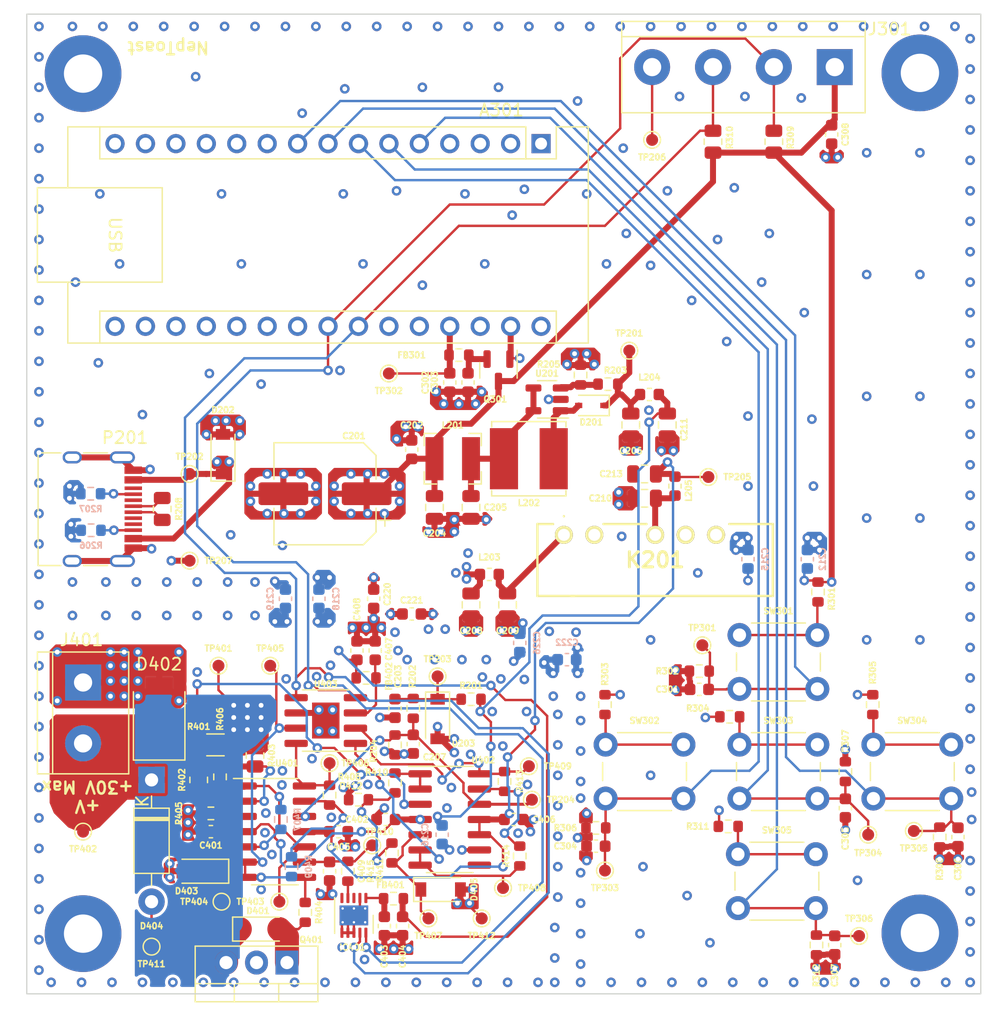
<source format=kicad_pcb>
(kicad_pcb (version 20211014) (generator pcbnew)
  (title_block (comment 4 "AISLER Project ID: MYGSMZXL"))
  (layers (0 "F.Cu" signal) (1 "In1.Cu" signal) (2 "In2.Cu" signal) (31 "B.Cu" signal) (34 "B.Paste" user) (35 "F.Paste" user) (36 "B.SilkS" user "B.Silkscreen") (37 "F.SilkS" user "F.Silkscreen") (38 "B.Mask" user) (39 "F.Mask" user) (44 "Edge.Cuts" user))
  (net 0 "")
  (net 4 "GND")
  (net 5 "/Control/I_Button_1")
  (net 6 "/Control/I_Button_2")
  (net 7 "/Control/I_Button_3")
  (net 8 "/Control/I_Button_4")
  (net 9 "/Control/I_Button_5")
  (net 25 "Net-(A301-Pad27)")
  (net 28 "+5V")
  (net 29 "+5VA")
  (net 30 "Net-(C205-Pad1)")
  (net 31 "+30V")
  (net 32 "Net-(C209-Pad1)")
  (net 33 "-5V")
  (net 34 "Net-(C303-Pad1)")
  (net 35 "Net-(C403-Pad1)")
  (net 36 "Net-(C407-Pad1)")
  (net 37 "/Read_In/I_Vref_1")
  (net 38 "Net-(D402-Pad1)")
  (net 40 "Net-(IC401-Pad4)")
  (net 43 "Net-(P201-PadA5)")
  (net 44 "Net-(P201-PadB5)")
  (net 45 "Net-(D401-Pad2)")
  (net 46 "Net-(D401-Pad1)")
  (net 47 "Net-(R203-Pad2)")
  (net 48 "Net-(R301-Pad2)")
  (net 49 "Net-(R303-Pad2)")
  (net 50 "Net-(R304-Pad2)")
  (net 51 "Net-(R305-Pad2)")
  (net 52 "Net-(R311-Pad2)")
  (net 53 "Net-(R404-Pad1)")
  (net 54 "Net-(R402-Pad1)")
  (net 55 "Net-(R403-Pad1)")
  (net 56 "Net-(R406-Pad2)")
  (net 57 "Net-(C206-Pad1)")
  (net 58 "Net-(R408-Pad1)")
  (net 59 "/Read_In/I_CH2_-")
  (net 60 "/Read_In/I_CH2_+")
  (net 61 "Net-(R410-Pad1)")
  (net 62 "Net-(R410-Pad2)")
  (net 63 "Net-(D405-Pad1)")
  (net 64 "Net-(R413-Pad1)")
  (net 65 "/Read_In/I_CH1_-")
  (net 66 "/Read_In/I_CH1_+")
  (net 67 "+2V048")
  (net 68 "Net-(D403-Pad1)")
  (net 69 "Net-(P201-PadA6)")
  (net 70 "Net-(P201-PadA7)")
  (net 72 "I_SDA")
  (net 73 "I_SCL")
  (net 74 "Net-(C210-Pad1)")
  (net 75 "Net-(L202-Pad2)")
  (footprint "TestPoint:TestPoint_Pad_D1.0mm" (layer "F.Cu") (at 39.497 87.63 180)
    (fp_text reference "TP403")
    (fp_text value "TestPoint")
  )
  (footprint "Capacitor_SMD:C_0603_1608Metric" (layer "F.Cu") (at 49.149 71.501 -90)
    (fp_text reference "C203")
    (fp_text value "100n")
  )
  (footprint "TestPoint:TestPoint_Pad_D1.0mm" (layer "F.Cu") (at 70.612 24.071 180)
    (fp_text reference "TP206")
    (fp_text value "TestPoint")
  )
  (footprint "Diode_SMD:D_SOD-123" (layer "F.Cu") (at 34.793 50.292 90)
    (fp_text reference "D202")
    (fp_text value "5V6")
  )
  (footprint "Package_SO:SOIC-14_3.9x8.7mm_P1.27mm" (layer "F.Cu") (at 39.116 81.788)
    (fp_text reference "U401")
    (fp_text value "LM2902")
  )
  (footprint "MountingHole:MountingHole_3.2mm_M3_Pad_TopBottom" (layer "F.Cu") (at 92.964 90.238)
    (fp_text reference "H204" hide)
    (fp_text value "MountingHole_Pad")
  )
  (footprint "Resistor_SMD:R_0603_1608Metric" (layer "F.Cu") (at 64.638 43.688 90)
    (fp_text reference "R205")
    (fp_text value "4k7")
  )
  (footprint "TestPoint:TestPoint_Pad_D1.0mm" (layer "F.Cu") (at 58.166 86.487)
    (fp_text reference "TP408")
    (fp_text value "TestPoint")
  )
  (footprint "Diode_SMD:D_SOD-123" (layer "F.Cu") (at 37.846 89.916)
    (fp_text reference "D401")
    (fp_text value "15V")
  )
  (footprint "Capacitor_SMD:C_0805_2012Metric" (layer "F.Cu") (at 55.498 62.865 -90)
    (fp_text reference "C208")
    (fp_text value "4u7")
  )
  (footprint "Resistor_SMD:R_0603_1608Metric" (layer "F.Cu") (at 59.563 83.82 90)
    (fp_text reference "R414")
    (fp_text value "10k")
  )
  (footprint "Resistor_SMD:R_0603_1608Metric" (layer "F.Cu") (at 84.328 91.241 -90)
    (fp_text reference "R312")
    (fp_text value "100k")
  )
  (footprint "Capacitor_SMD:C_0603_1608Metric" (layer "F.Cu") (at 50.546 49.911 90)
    (fp_text reference "C202")
    (fp_text value "100n")
  )
  (footprint "Capacitor_SMD:C_0603_1608Metric" (layer "F.Cu") (at 50.546 63.627)
    (fp_text reference "C221")
    (fp_text value "100n")
  )
  (footprint "Resistor_SMD:R_0603_1608Metric" (layer "F.Cu") (at 49.149 74.549 90)
    (fp_text reference "R204")
    (fp_text value "10k2")
  )
  (footprint "Resistor_SMD:R_0603_1608Metric" (layer "F.Cu") (at 48.895 83.566 -90)
    (fp_text reference "R411")
    (fp_text value "10k")
  )
  (footprint "Capacitor_SMD:C_0603_1608Metric" (layer "F.Cu") (at 50.673 74.485 -90)
    (fp_text reference "C207")
    (fp_text value "100n")
  )
  (footprint "Capacitor_SMD:CP_Elec_8x6.9" (layer "F.Cu") (at 43.307 53.594 180)
    (fp_text reference "C201")
    (fp_text value "47u")
  )
  (footprint "Package_TO_SOT_THT:TO-220-3_Vertical" (layer "F.Cu") (at 40.132 92.71 180)
    (fp_text reference "Q401")
    (fp_text value "IRF5305")
  )
  (footprint "Resistor_SMD:R_0805_2012Metric" (layer "F.Cu") (at 80.772 24.2215 90)
    (fp_text reference "R309")
    (fp_text value "2k")
  )
  (footprint "Resistor_SMD:R_0603_1608Metric" (layer "F.Cu") (at 50.673 71.501 90)
    (fp_text reference "R202")
    (fp_text value "15k2")
  )
  (footprint "Resistor_SMD:R_0603_1608Metric" (layer "F.Cu") (at 76.962 81.348)
    (fp_text reference "R311")
    (fp_text value "10k")
  )
  (footprint "Button_Switch_THT:SW_PUSH_6mm" (layer "F.Cu") (at 77.903 65.382)
    (fp_text reference "SW301")
    (fp_text value "SW_MEC_5E")
  )
  (footprint "Capacitor_SMD:C_0603_1608Metric" (layer "F.Cu") (at 44.437 81.788)
    (fp_text reference "C405")
    (fp_text value "100n")
  )
  (footprint "Capacitor_SMD:C_0603_1608Metric" (layer "F.Cu") (at 48.26 89.662 -90)
    (fp_text reference "C403")
    (fp_text value "100n")
  )
  (footprint "Resistor_SMD:R_0603_1608Metric" (layer "F.Cu") (at 46.101 79.121 180)
    (fp_text reference "R412")
    (fp_text value "3k7")
  )
  (footprint "TestPoint:TestPoint_Pad_D1.0mm" (layer "F.Cu") (at 75.311 52.197 180)
    (fp_text reference "TP205")
    (fp_text value "TestPoint")
  )
  (footprint "TestPoint:TestPoint_Pad_D1.0mm" (layer "F.Cu") (at 32.004 51.943)
    (fp_text reference "TP202")
    (fp_text value "TestPoint")
  )
  (footprint "TerminalBlock:TerminalBlock_bornier-2_P5.08mm" (layer "F.Cu") (at 23.114 69.342 -90)
    (fp_text reference "J401")
    (fp_text value "Conn_01x02_Female")
  )
  (footprint "Capacitor_SMD:C_0805_2012Metric" (layer "F.Cu") (at 69.977 51.943 180)
    (fp_text reference "C213")
    (fp_text value "4u7")
  )
  (footprint "Resistor_SMD:R_0603_1608Metric" (layer "F.Cu") (at 66.675 71.188 -90)
    (fp_text reference "R303")
    (fp_text value "10k")
  )
  (footprint "TestPoint:TestPoint_Pad_D1.0mm" (layer "F.Cu") (at 56.388 89.027 180)
    (fp_text reference "TP412")
    (fp_text value "TestPoint")
  )
  (footprint "Capacitor_SMD:C_0603_1608Metric" (layer "F.Cu") (at 45.974 66.675 90)
    (fp_text reference "C408")
    (fp_text value "100n")
  )
  (footprint "Capacitor_SMD:C_0805_2012Metric" (layer "F.Cu") (at 71.877 47.85295 -90)
    (fp_text reference "C211")
    (fp_text value "4u7")
  )
  (footprint "Diode_SMD:D_SMB" (layer "F.Cu") (at 29.464 72.263 90)
    (fp_text reference "D402")
    (fp_text value "30V")
  )
  (footprint "Capacitor_SMD:C_0603_1608Metric" (layer "F.Cu") (at 47.498 66.675 90)
    (fp_text reference "C407")
    (fp_text value "100n")
  )
  (footprint "TestPoint:TestPoint_Pad_D1.0mm" (layer "F.Cu") (at 23.114 81.788 180)
    (fp_text reference "TP402")
    (fp_text value "TestPoint")
  )
  (footprint "Capacitor_SMD:C_0603_1608Metric" (layer "F.Cu") (at 47.371 62.357 90)
    (fp_text reference "C220")
    (fp_text value "100n")
  )
  (footprint "TestPoint:TestPoint_Pad_D1.0mm" (layer "F.Cu") (at 60.579 79.121)
    (fp_text reference "TP204")
    (fp_text value "TestPoint")
  )
  (footprint "Resistor_SMD:R_0805_2012Metric" (layer "F.Cu") (at 29.718 54.864 90)
    (fp_text reference "R208")
    (fp_text value "510")
  )
  (footprint "Package_TO_SOT_SMD:SOT-23" (layer "F.Cu") (at 57.785 43.297 -90)
    (fp_text reference "Q301")
    (fp_text value "Q_PMOS_GSD")
  )
  (footprint "Capacitor_SMD:C_0603_1608Metric" (layer "F.Cu") (at 49.784 89.662 -90)
    (fp_text reference "C404")
    (fp_text value "100n")
  )
  (footprint "Resistor_SMD:R_0603_1608Metric" (layer "F.Cu") (at 94.615 82.237 -90)
    (fp_text reference "R308")
    (fp_text value "100k")
  )
  (footprint "TestPoint:TestPoint_Pad_D1.0mm" (layer "F.Cu") (at 43.688 76.073)
    (fp_text reference "TP406")
    (fp_text value "TestPoint")
  )
  (footprint "Resistor_SMD:R_0603_1608Metric" (layer "F.Cu") (at 86.741 76.776 90)
    (fp_text reference "R307")
    (fp_text value "100k")
  )
  (footprint "Resistor_SMD:R_0603_1608Metric" (layer "F.Cu") (at 33.782 80.264)
    (fp_text reference "R405")
    (fp_text value "34k8")
  )
  (footprint "TestPoint:TestPoint_Pad_D1.0mm" (layer "F.Cu") (at 87.884 90.492)
    (fp_text reference "TP306")
    (fp_text value "TestPoint")
  )
  (footprint "Capacitor_SMD:C_0603_1608Metric" (layer "F.Cu") (at 86.741 79.824 -90)
    (fp_text reference "C305")
    (fp_text value "100n")
  )
  (footprint "Capacitor_SMD:C_0603_1608Metric" (layer "F.Cu") (at 55.245 44.313 -90)
    (fp_text reference "C303")
    (fp_text value "100n")
  )
  (footprint "Resistor_SMD:R_0603_1608Metric" (layer "F.Cu") (at 46.736 68.961 180)
    (fp_text reference "FB402")
    (fp_text value "470")
  )
  (footprint "TestPoint:TestPoint_Pad_D1.0mm" (layer "F.Cu") (at 60.325 76.327)
    (fp_text reference "TP409")
    (fp_text value "TestPoint")
  )
  (footprint "MountingHole:MountingHole_3.2mm_M3_Pad_TopBottom" (layer "F.Cu") (at 92.964 18.483)
    (fp_text reference "H202" hide)
    (fp_text value "MountingHole_Pad")
  )
  (footprint "Resistor_SMD:R_0603_1608Metric" (layer "F.Cu") (at 58.293 77.597 90)
    (fp_text reference "R413")
    (fp_text value "10k")
  )
  (footprint "Package_DFN_QFN:DFN-10-1EP_3x3mm_P0.5mm_EP1.65x2.38mm_ThermalVias" (layer "F.Cu") (at 45.72 88.773 -90)
    (fp_text reference "IC401")
    (fp_text value "MCP47CVB21-E_MF")
  )
  (footprint "Resistor_SMD:R_0603_1608Metric" (layer "F.Cu") (at 65.913 81.475 180)
    (fp_text reference "R306")
    (fp_text value "100k")
  )
  (footprint "Capacitor_SMD:C_0603_1608Metric" (layer "F.Cu") (at 48.387 80.772 180)
    (fp_text reference "C402")
    (fp_text value "100n")
  )
  (footprint "Diode_THT:D_DO-41_SOD81_P10.16mm_Horizontal" (layer "F.Cu") (at 28.829 77.47 -90)
    (fp_text reference "D404")
    (fp_text value "1N4007")
  )
  (footprint "Diode_SMD:D_SOD-323" (layer "F.Cu") (at 65.532 46.228 180)
    (fp_text reference "D201")
    (fp_text value "BAS70")
  )
  (footprint "Connector_USB:USB_C_Receptacle_HRO_TYPE-C-31-M-12" (layer "F.Cu") (at 23.26 54.884 -90)
    (fp_text reference "P201")
    (fp_text value "USB_C_Plug_USB2.0")
  )
  (footprint "TestPoint:TestPoint_Pad_D1.0mm" (layer "F.Cu") (at 92.456 81.729 180)
    (fp_text reference "TP305")
    (fp_text value "TestPoint")
  )
  (footprint "Capacitor_SMD:C_0603_1608Metric" (layer "F.Cu") (at 33.782 81.788 180)
    (fp_text reference "C401")
    (fp_text value "100n")
  )
  (footprint "Resistor_SMD:R_0603_1608Metric" (layer "F.Cu") (at 54.483 42.027)
    (fp_text reference "FB301")
    (fp_text value "470")
  )
  (footprint "Button_Switch_THT:SW_PUSH_6mm" (layer "F.Cu") (at 77.776 83.67)
    (fp_text reference "SW305")
    (fp_text value "SW_MEC_5E")
  )
  (footprint "TestPoint:TestPoint_Pad_D1.0mm" (layer "F.Cu") (at 51.943 89.027 180)
    (fp_text reference "TP407")
    (fp_text value "TestPoint")
  )
  (footprint "TestPoint:TestPoint_Pad_D1.0mm" (layer "F.Cu") (at 88.646 82.042 90)
    (fp_text reference "TP304")
    (fp_text value "TestPoint")
  )
  (footprint "Button_Switch_THT:SW_PUSH_6mm" (layer "F.Cu") (at 66.727 74.526)
    (fp_text reference "SW302")
    (fp_text value "SW_MEC_5E")
  )
  (footprint "Resistor_SMD:R_0603_1608Metric" (layer "F.Cu") (at 49.149 77.724 -90)
    (fp_text reference "R410")
    (fp_text value "23k4")
  )
  (footprint "Inductor_SMD:L_0603_1608Metric" (layer "F.Cu") (at 70.3835 45.31295)
    (fp_text reference "L204")
    (fp_text value "22u")
  )
  (footprint "Capacitor_SMD:C_0603_1608Metric" (layer "F.Cu") (at 59.055 80.772)
    (fp_text reference "C406")
    (fp_text value "100n")
  )
  (footprint "Diode_SMD:D_SOD-123" (layer "F.Cu") (at 33.02 85.09 180)
    (fp_text reference "D403")
    (fp_text value "4V3")
  )
  (footprint "Resistor_SMD:R_0603_1608Metric" (layer "F.Cu") (at 74.549 68.394 180)
    (fp_text reference "R302")
    (fp_text value "100k")
  )
  (footprint "Capacitor_SMD:C_0603_1608Metric" (layer "F.Cu") (at 85.852 91.254 -90)
    (fp_text reference "C307")
    (fp_text value "100n")
  )
  (footprint "TestPoint:TestPoint_Pad_D1.0mm" (layer "F.Cu") (at 48.636 43.561 180)
    (fp_text reference "TP302")
    (fp_text value "TestPoint")
  )
  (footprint "Inductor_SMD:L_0603_1608Metric" (layer "F.Cu") (at 57.023 60.325)
    (fp_text reference "L203")
    (fp_text value "22u")
  )
  (footprint "TestPoint:TestPoint_Pad_D1.0mm" (layer "F.Cu") (at 34.417 67.945)
    (fp_text reference "TP401")
    (fp_text value "TestPoint")
  )
  (footprint "MountingHole:MountingHole_3.2mm_M3_Pad_TopBottom" (layer "F.Cu") (at 23.114 18.542)
    (fp_text reference "H203" hide)
    (fp_text value "MountingHole_Pad")
  )
  (footprint "Inductor_SMD:L_0603_1608Metric" (layer "F.Cu") (at 72.517 52.959 90)
    (fp_text reference "L205")
    (fp_text value "22u")
  )
  (footprint "Resistor_SMD:R_0603_1608Metric" (layer "F.Cu") (at 34.544 77.216 -90)
    (fp_text reference "R406")
    (fp_text value "34k8")
  )
  (footprint "Capacitor_SMD:C_0805_2012Metric" (layer "F.Cu") (at 68.829 47.85295 -90)
    (fp_text reference "C206")
    (fp_text value "4u7")
  )
  (footprint "Inductor_SMD:L_Bourns_SRN6045TA" (layer "F.Cu") (at 60.32 50.673)
    (fp_text reference "L202")
    (fp_text value "10u")
  )
  (footprint "Capacitor_SMD:C_0603_1608Metric" (layer "F.Cu") (at 96.139 82.237 -90)
    (fp_text reference "C306")
    (fp_text value "100n")
  )
  (footprint "Resistor_SMD:R_0603_1608Metric" (layer "F.Cu") (at 55.499 70.739 180)
    (fp_text reference "R201")
    (fp_text value "10k")
  )
  (footprint "TestPoint:TestPoint_Pad_D1.0mm" (layer "F.Cu") (at 47.244 82.931)
    (fp_text reference "TP410")
    (fp_text value "TestPoint")
  )
  (footprint "Resistor_SMD:R_0603_1608Metric" (layer "F.Cu") (at 49.022 87.376)
    (fp_text reference "FB401")
    (fp_text value "470")
  )
  (footprint "PDME1-S5-D5-S:PDME1S5D5S" (layer "F.Cu") (at 63.246 57.023)
    (fp_text reference "K201")
    (fp_text value "PDME1-S5-D5-S" hide)
  )
  (footprint "Capacitor_SMD:C_0603_1608Metric" (layer "F.Cu") (at 53.721 44.313 -90)
    (fp_text reference "C302")
    (fp_text value "100n")
  )
  (footprint "TestPoint:TestPoint_Pad_D1.0mm" (layer "F.Cu") (at 38.735 67.945)
    (fp_text reference "TP405")
    (fp_text value "TestPoint")
  )
  (footprint "Button_Switch_THT:SW_PUSH_6mm" (layer "F.Cu") (at 77.903 74.526)
    (fp_text reference "SW303")
    (fp_text value "SW_MEC_5E")
  )
  (footprint "TestPoint:TestPoint_Pad_D1.0mm" (layer "F.Cu") (at 74.803 66.235)
    (fp_text reference "TP301")
    (fp_text value "TestPoint")
  )
  (footprint "Button_Switch_THT:SW_PUSH_6mm" (layer "F.Cu") (at 89.079 74.526)
    (fp_text reference "SW304")
    (fp_text value "SW_MEC_5E")
  )
  (footprint "Capacitor_SMD:C_0603_1608Metric" (layer "F.Cu") (at 85.598 23.622 -90)
    (fp_text reference "C308")
    (fp_text value "100n")
  )
  (footprint "TerminalBlock:TerminalBlock_bornier-4_P5.08mm" (layer "F.Cu") (at 85.852 17.9985 180)
    (fp_text reference "J301")
    (fp_text value "Conn_01x04_Female")
  )
  (footprint "Package_SO:SOIC-14_3.9x8.7mm_P1.27mm" (layer "F.Cu") (at 53.721 80.772)
    (fp_text reference "U402")
    (fp_text value "LM2902")
  )
  (footprint "TestPoint:TestPoint_Pad_D1.0mm" (layer "F.Cu") (at 52.705 68.834)
    (fp_text reference "TP203")
    (fp_text value "TestPoint")
  )
  (footprint "Resistor_SMD:R_0603_1608Metric" (layer "F.Cu") (at 66.924 44.45 180)
    (fp_text reference "R203")
    (fp_text value "110k")
  )
  (footprint "Package_SO:SOIC-8-1EP_3.9x4.9mm_P1.27mm_EP2.29x3mm" (layer "F.Cu") (at 43.372 72.517 180)
    (fp_text reference "U403")
    (fp_text value "MCP3426-xSN")
  )
  (footprint "Capacitor_SMD:C_0603_1608Metric" (layer "F.Cu") (at 65.913 82.999 180)
    (fp_text reference "C304")
    (fp_text value "100n")
  )
  (footprint "Module:Arduino_Nano" (layer "F.Cu") (at 61.341 24.384 -90)
    (fp_text reference "A301")
    (fp_text value "Arduino_Nano_Every")
  )
  (footprint "Resistor_SMD:R_0603_1608Metric" (layer "F.Cu") (at 89.027 71.188 -90)
    (fp_text reference "R305")
    (fp_text value "10k")
  )
  (footprint "Capacitor_SMD:C_0603_1608Metric" (layer "F.Cu") (at 74.549 69.918 180)
    (fp_text reference "C301")
    (fp_text value "100n")
  )
  (footprint "Capacitor_SMD:C_0603_1608Metric" (layer "F.Cu") (at 43.688 85.09 -90)
    (fp_text reference "C409")
    (fp_text value "1u")
  )
  (footprint "Resistor_SMD:R_0603_1608Metric" (layer "F.Cu") (at 84.455 61.79 -90)
    (fp_text reference "R301")
    (fp_text value "10k")
  )
  (footprint "Capacitor_SMD:C_0805_2012Metric" (layer "F.Cu") (at 58.546 62.865 -90)
    (fp_text reference "C209")
    (fp_text value "4u7")
  )
  (footprint "Resistor_SMD:R_0603_1608Metric" (layer "F.Cu") (at 41.656 88.519 -90)
    (fp_text reference "R404")
    (fp_text value "10k")
  )
  (footprint "Diode_SMD:D_SOD-123" (layer "F.Cu") (at 52.705 72.39 -90)
    (fp_text reference "D203")
    (fp_text value "5V1")
  )
  (footprint "TestPoint:TestPoint_Pad_D1.0mm" (layer "F.Cu") (at 32.004 59.182 180)
    (fp_text reference "TP207")
    (fp_text value "TestPoint")
  )
  (footprint "TestPoint:TestPoint_Pad_D1.0mm" (layer "F.Cu") (at 68.707 41.656)
    (fp_text reference "TP201")
    (fp_text value "TestPoint")
  )
  (footprint "Resistor_SMD:R_0603_1608Metric" (layer "F.Cu") (at 45.212 85.09 -90)
    (fp_text reference "R415")
    (fp_text value "10k")
  )
  (footprint "Resistor_SMD:R_0805_2012Metric" (layer "F.Cu") (at 37.465 75.438 90)
    (fp_text reference "R403")
    (fp_text value "1k15")
  )
  (footprint "Diode_SMD:D_SOD-123" (layer "F.Cu") (at 52.959 86.614)
    (fp_text reference "D405")
    (fp_text value "4V3")
  )
  (footprint "Resistor_SMD:R_0805_2012Metric" (layer "F.Cu") (at 75.692 24.2215 90)
    (fp_text reference "R310")
    (fp_text value "2k")
  )
  (footprint "Capacitor_SMD:C_0805_2012Metric" (layer "F.Cu") (at 52.446 54.737 -90)
    (fp_text reference "C204")
    (fp_text value "4u7")
  )
  (footprint "Resistor_SMD:R_0603_1608Metric" (layer "F.Cu") (at 43.688 78.74 90)
    (fp_text reference "R408")
    (fp_text value "10k")
  )
  (footprint "MountingHole:MountingHole_3.2mm_M3_Pad_TopBottom" (layer "F.Cu") (at 23.114 90.297)
    (fp_text reference "H201" hide)
    (fp_text value "MountingHole_Pad")
  )
  (footprint "Resistor_SMD:R_0805_2012Metric" (layer "F.Cu") (at 32.766 77.47 90)
    (fp_text reference "R402")
    (fp_text value "1k15")
  )
  (footprint "Resistor_SMD:R_0603_1608Metric" (layer "F.Cu") (at 77.089 72.204)
    (fp_text reference "R304")
    (fp_text value "10k")
  )
  (footprint "TestPoint:TestPoint_Pad_D1.0mm" (layer "F.Cu") (at 28.829 91.381 180)
    (fp_text reference "TP411")
    (fp_text value "TestPoint")
  )
  (footprint "Capacitor_SMD:C_0805_2012Metric" (layer "F.Cu") (at 69.977 53.975 180)
    (fp_text reference "C210")
    (fp_text value "4u7")
  )
  (footprint "TestPoint:TestPoint_Pad_D1.0mm" (layer "F.Cu") (at 66.675 85.031 180)
    (fp_text reference "TP303")
    (fp_text value "TestPoint")
  )
  (footprint "Package_TO_SOT_SMD:SOT-23-5" (layer "F.Cu") (at 61.844 45.72 180)
    (fp_text reference "U201")
    (fp_text value "AP3015")
  )
  (footprint "Capacitor_SMD:C_0805_2012Metric" (layer "F.Cu") (at 55.494 54.737 -90)
    (fp_text reference "C205")
    (fp_text value "4u7")
  )
  (footprint "Resistor_SMD:R_1206_3216Metric" (layer "F.Cu") (at 34.163 74.549 180)
    (fp_text reference "R401")
    (fp_text value "0.033")
  )
  (footprint "TestPoint:TestPoint_Pad_D1.0mm" (layer "F.Cu") (at 34.671 87.63 180)
    (fp_text reference "TP404")
    (fp_text value "TestPoint")
  )
  (footprint "Inductor_SMD:L_Bourns-SRN4018" (layer "F.Cu") (at 53.97 50.673)
    (fp_text reference "L201")
    (fp_text value "6u8")
  )
  (footprint "Capacitor_SMD:C_0603_1608Metric" (layer "B.Cu") (at 53.086 82.042 -90)
    (fp_text reference "C216")
    (fp_text value "100n")
  )
  (footprint "Capacitor_SMD:C_0603_1608Metric" (layer "B.Cu") (at 59.563 66.04 90)
    (fp_text reference "C226")
    (fp_text value "100n")
  )
  (footprint "Capacitor_SMD:C_0603_1608Metric" (layer "B.Cu") (at 78.613 59.055 90)
    (fp_text reference "C215")
    (fp_text value "100n")
  )
  (footprint "Capacitor_SMD:C_0603_1608Metric" (layer "B.Cu") (at 40.005 62.357 90)
    (fp_text reference "C219")
    (fp_text value "100n")
  )
  (footprint "Resistor_SMD:R_0603_1608Metric" (layer "B.Cu") (at 39.624 80.772 -90)
    (fp_text reference "R407")
    (fp_text value "10k")
  )
  (footprint "Capacitor_SMD:C_0603_1608Metric" (layer "B.Cu") (at 83.566 59.055 90)
    (fp_text reference "C212")
    (fp_text value "100n")
  )
  (footprint "Capacitor_SMD:C_0603_1608Metric" (layer "B.Cu") (at 63.5 67.437 180)
    (fp_text reference "C222")
    (fp_text value "100n")
  )
  (footprint "Resistor_SMD:R_0603_1608Metric" (layer "B.Cu") (at 23.781 56.642 180)
    (fp_text reference "R206")
    (fp_text value "22k")
  )
  (footprint "Capacitor_SMD:C_0603_1608Metric" (layer "B.Cu") (at 42.799 62.357 90)
    (fp_text reference "C218")
    (fp_text value "100n")
  )
  (footprint "Resistor_SMD:R_0603_1608Metric" (layer "B.Cu") (at 40.513 84.709 90)
    (fp_text reference "R409")
    (fp_text value "10k")
  )
  (footprint "Resistor_SMD:R_0603_1608Metric" (layer "B.Cu") (at 23.749 53.594 180)
    (fp_text reference "R207")
    (fp_text value "22k")
  )
  (gr_rect (start 18.415 13.579) (end 98.044 95.318) (layer "Edge.Cuts") (width 0.1) (fill none))
  (gr_text "+V\n+30V Max" (at 23.495 78.867 180) (layer "F.SilkS") (effects (font (size 1 1) (thickness 0.2))))
  (gr_text "NepToast" (at 30.226 16.383 180) (layer "F.SilkS") (effects (font (size 1 1) (thickness 0.2))))
  (segment (start 28.63 51.634) (end 28.702 51.562) (width 0.5) (layer "F.Cu") (net 4))
  (segment (start 42.545 71.882) (end 42.799 71.628) (width 0.2) (layer "F.Cu") (net 4))
  (segment (start 60.452 81.788) (end 60.452 81.394) (width 0.5) (layer "F.Cu") (net 4))
  (segment (start 26.39 59.204) (end 26.39 59.049) (width 0.5) (layer "F.Cu") (net 4))
  (segment (start 26.39 50.719) (end 27.305 51.634) (width 0.5) (layer "F.Cu") (net 4))
  (segment (start 70.612 24.071) (end 70.612 17.9985) (width 0.2) (layer "F.Cu") (net 4))
  (segment (start 60.452 81.394) (end 59.83 80.772) (width 0.5) (layer "F.Cu") (net 4))
  (segment (start 44.72 89.408) (end 44.78 89.348) (width 0.2) (layer "F.Cu") (net 4))
  (segment (start 52.705 73.025) (end 52.705 74.04) (width 0.5) (layer "F.Cu") (net 4))
  (segment (start 26.39 59.049) (end 27.305 58.134) (width 0.5) (layer "F.Cu") (net 4))
  (segment (start 45.72 90.223) (end 45.72 89.348) (width 0.2) (layer "F.Cu") (net 4))
  (segment (start 86.741 74.93) (end 86.741 75.951) (width 0.5) (layer "F.Cu") (net 4))
  (segment (start 46.22 88.111553) (end 46.22 87.323) (width 0.2) (layer "F.Cu") (net 4))
  (segment (start 27.305 51.634) (end 28.63 51.634) (width 0.5) (layer "F.Cu") (net 4))
  (segment (start 50.559 75.374) (end 50.673 75.26) (width 0.5) (layer "F.Cu") (net 4))
  (segment (start 59.83 80.772) (end 60.706 80.772) (width 0.5) (layer "F.Cu") (net 4))
  (segment (start 54.102 75.184) (end 52.958 74.04) (width 0.5) (layer "F.Cu") (net 4))
  (segment (start 58.8035 42.291) (end 58.735 42.3595) (width 0.2) (layer "F.Cu") (net 4))
  (segment (start 54.102 74.041) (end 52.706 74.041) (width 0.5) (layer "F.Cu") (net 4))
  (segment (start 49.136 72.263) (end 49.149 72.276) (width 0.5) (layer "F.Cu") (net 4))
  (segment (start 44.72 90.223) (end 44.72 89.408) (width 0.2) (layer "F.Cu") (net 4))
  (segment (start 48.861687 75.086687) (end 49.149 75.374) (width 0.5) (layer "F.Cu") (net 4))
  (segment (start 45.339 78.486) (end 45.847 77.978) (width 0.5) (layer "F.Cu") (net 4))
  (segment (start 45.276 78.296) (end 45.276 78.423) (width 0.5) (layer "F.Cu") (net 4))
  (segment (start 44.72 90.223) (end 45.72 90.223) (width 0.25) (layer "F.Cu") (net 4))
  (segment (start 28.829 87.63) (end 28.829 91.381) (width 0.2) (layer "F.Cu") (net 4))
  (segment (start 45.085 78.105) (end 44.831 78.105) (width 0.5) (layer "F.Cu") (net 4))
  (segment (start 86.741 81.661) (end 86.741 80.599) (width 0.5) (layer "F.Cu") (net 4))
  (segment (start 45.276 79.121) (end 45.276 78.296) (width 0.5) (layer "F.Cu") (net 4))
  (segment (start 54.609 87.248) (end 54.609 86.614) (width 0.2) (layer "F.Cu") (net 4))
  (segment (start 27.305 58.134) (end 28.7795 58.134) (width 0.5) (layer "F.Cu") (net 4))
  (segment (start 52.958 74.04) (end 52.705 74.04) (width 0.5) (layer "F.Cu") (net 4))
  (segment (start 26.39 50.564) (end 26.39 50.719) (width 0.5) (layer "F.Cu") (net 4))
  (segment (start 46.66 88.198) (end 46.306447 88.198) (width 0.2) (layer "F.Cu") (net 4))
  (segment (start 48.26 79.8205) (end 47.612 80.4685) (width 0.5) (layer "F.Cu") (net 4))
  (segment (start 40.897 71.882) (end 42.545 71.882) (width 0.5) (layer "F.Cu") (net 4))
  (segment (start 58.801 42.2935) (end 58.735 42.3595) (width 0.5) (layer "F.Cu") (net 4))
  (segment (start 59.563 42.291) (end 58.8035 42.291) (width 0.2) (layer "F.Cu") (net 4))
  (segment (start 56.388 89.027) (end 54.609 87.248) (width 0.2) (layer "F.Cu") (net 4))
  (segment (start 45.276 78.296) (end 45.085 78.105) (width 0.5) (layer "F.Cu") (net 4))
  (segment (start 47.879 72.263) (end 49.136 72.263) (width 0.5) (layer "F.Cu") (net 4))
  (segment (start 45.22 90.223) (end 45.22 89.273) (width 0.2) (layer "F.Cu") (net 4))
  (segment (start 22.21 50.564) (end 26.39 50.564) (width 0.5) (layer "F.Cu") (net 4))
  (segment (start 58.801 39.624) (end 58.801 42.2935) (width 0.5) (layer "F.Cu") (net 4))
  (segment (start 28.7795 58.134) (end 28.829 58.1835) (width 0.5) (layer "F.Cu") (net 4))
  (segment (start 22.21 59.204) (end 26.39 59.204) (width 0.5) (layer "F.Cu") (net 4))
  (segment (start 32.004 59.182) (end 30.48 59.182) (width 0.5) (layer "F.Cu") (net 4))
  (segment (start 61.976 45.72) (end 62.9815 45.72) (width 0.5) (layer "F.Cu") (net 4))
  (segment (start 48.272723 75.086687) (end 48.861687 75.086687) (width 0.5) (layer "F.Cu") (net 4))
  (segment (start 46.306447 88.198) (end 46.22 88.111553) (width 0.2) (layer "F.Cu") (net 4))
  (segment (start 47.612 80.4685) (end 47.612 80.772) (width 0.5) (layer "F.Cu") (net 4))
  (segment (start 45.276 78.423) (end 45.339 78.486) (width 0.5) (layer "F.Cu") (net 4))
  (segment (start 54.737 83.312) (end 56.196 83.312) (width 0.3) (layer "F.Cu") (net 4))
  (segment (start 52.706 74.041) (end 52.705 74.04) (width 0.5) (layer "F.Cu") (net 4))
  (segment (start 49.149 75.374) (end 50.559 75.374) (width 0.5) (layer "F.Cu") (net 4))
  (via (at 26.543 70.485) (size 0.8) (drill 0.4) (layers "F.Cu" "B.Cu") (net 4))
  (via (at 43.307 94.361) (size 0.8) (drill 0.4) (layers "F.Cu" "B.Cu") (net 4))
  (via (at 62.738 79.629) (size 0.8) (drill 0.4) (layers "F.Cu" "B.Cu") (net 4))
  (via (at 56.388 45.085) (size 0.8) (drill 0.4) (layers "F.Cu" "B.Cu") (net 4))
  (via (at 84.074 52.959) (size 0.8) (drill 0.4) (layers "F.Cu" "B.Cu") (net 4))
  (via (at 86.106 25.527) (size 0.8) (drill 0.4) (layers "F.Cu" "B.Cu") (net 4))
  (via (at 53.485481 79.8185) (size 0.8) (drill 0.4) (layers "F.Cu" "B.Cu") (net 4))
  (via (at 56.007 65.024) (size 0.8) (drill 0.4) (layers "F.Cu" "B.Cu") (net 4))
  (via (at 65.151 84.201) (size 0.8) (drill 0.4) (layers "F.Cu" "B.Cu") (net 4))
  (via (at 54.102 75.184) (size 0.8) (drill 0.4) (layers "F.Cu" "B.Cu") (net 4))
  (via (at 19.431 67.945) (size 0.8) (drill 0.4) (layers "F.Cu" "B.Cu") (net 4))
  (via (at 45.593 64.77) (size 0.8) (drill 0.4) (layers "F.Cu" "B.Cu") (net 4))
  (via (at 55.626 86.614) (size 0.8) (drill 0.4) (layers "F.Cu" "B.Cu") (net 4))
  (via (at 26.543 66.802) (size 0.8) (drill 0.4) (layers "F.Cu" "B.Cu") (net 4))
  (via (at 73.914 37.465) (size 0.8) (drill 0.4) (layers "F.Cu" "B.Cu") (net 4))
  (via (at 88.519 55.626) (size 0.8) (drill 0.4) (layers "F.Cu" "B.Cu") (net 4))
  (via (at 49.276 49.022) (size 0.8) (drill 0.4) (layers "F.Cu" "B.Cu") (net 4))
  (via (at 64.643 77.597) (size 0.8) (drill 0.4) (layers "F.Cu" "B.Cu") (net 4))
  (via (at 52.451 67.437) (size 0.8) (drill 0.4) (layers "F.Cu" "B.Cu") (net 4))
  (via (at 19.431 14.605) (size 0.8) (drill 0.4) (layers "F.Cu" "B.Cu") (net 4))
  (via (at 59.944 28.194) (size 0.8) (drill 0.4) (layers "F.Cu" "B.Cu") (net 4))
  (via (at 88.519 45.466) (size 0.8) (drill 0.4) (layers "F.Cu" "B.Cu") (net 4))
  (via (at 19.431 62.865) (size 0.8) (drill 0.4) (layers "F.Cu" "B.Cu") (net 4))
  (via (at 42.672 60.579) (size 0.8) (drill 0.4) (layers "F.Cu" "B.Cu") (net 4))
  (via (at 39.116 60.8975) (size 0.8) (drill 0.4) (layers "F.Cu" "B.Cu") (net 4))
  (via (at 51.943 56.769) (size 0.8) (drill 0.4) (layers "F.Cu" "B.Cu") (net 4))
  (via (at 19.431 85.725) (size 0.8) (drill 0.4) (layers "F.Cu" "B.Cu") (net 4))
  (via (at 19.431 93.345) (size 0.8) (drill 0.4) (layers "F.Cu" "B.Cu") (net 4))
  (via (at 64.643 70.485) (size 0.8) (drill 0.4) (layers "F.Cu" "B.Cu") (net 4))
  (via (at 54.102 56.769) (size 0.8) (drill 0.4) (layers "F.Cu" "B.Cu") (net 4))
  (via (at 55.88 46.101) (size 0.8) (drill 0.4) (layers "F.Cu" "B.Cu") (net 4))
  (via (at 49.276 28.321) (size 0.8) (drill 0.4) (layers "F.Cu" "B.Cu") (net 4))
  (via (at 69.723 94.361) (size 0.8) (drill 0.4) (layers "F.Cu" "B.Cu") (net 4))
  (via (at 30.48 59.182) (size 0.8) (drill 0.4) (layers "F.Cu" "B.Cu") (net 4))
  (via (at 38.297782 81.870974) (size 0.8) (drill 0.4) (layers "F.Cu" "B.Cu") (net 4))
  (via (at 58.039 65.024) (size 0.8) (drill 0.4) (layers "F.Cu" "B.Cu") (net 4))
  (via (at 90.805 14.605) (size 0.8) (drill 0.4) (layers "F.Cu" "B.Cu") (net 4))
  (via (at 69.596 90.297) (size 0.8) (drill 0.4) (layers "F.Cu" "B.Cu") (net 4))
  (via (at 55.245 58.547) (size 0.8) (drill 0.4) (layers "F.Cu" "B.Cu") (net 4))
  (via (at 62.738 87.249) (size 0.8) (drill 0.4) (layers "F.Cu" "B.Cu") (net 4))
  (via (at 44.831 78.105) (size 0.8) (drill 0.4) (layers "F.Cu" "B.Cu") (net 4))
  (via (at 25.4 66.802) (size 0.8) (drill 0.4) (layers "F.Cu" "B.Cu") (net 4))
  (via (at 83.947 47.371) (size 0.8) (drill 0.4) (layers "F.Cu" "B.Cu") (net 4))
  (via (at 64.643 87.757) (size 0.8) (drill 0.4) (layers "F.Cu" "B.Cu") (net 4))
  (via (at 19.431 32.385) (size 0.8) (drill 0.4) (layers "F.Cu" "B.Cu") (net 4))
  (via (at 60.452 81.788) (size 0.8) (drill 0.4) (layers "F.Cu" "B.Cu") (net 4))
  (via (at 53.704503 83.312) (size 0.8) (drill 0.4) (layers "F.Cu" "B.Cu") (net 4))
  (via (at 34.925 14.605) (size 0.8) (drill 0.4) (layers "F.Cu" "B.Cu") (net 4))
  (via (at 59.055 67.564) (size 0.8) (drill 0.4) (layers "F.Cu" "B.Cu") (net 4))
  (via (at 68.072 57.15) (size 0.8) (drill 0.4) (layers "F.Cu" "B.Cu") (net 4))
  (via (at 37.973 44.45) (size 0.8) (drill 0.4) (layers "F.Cu" "B.Cu") (net 4))
  (via (at 58.928 30.353) (size 0.8) (drill 0.4) (layers "F.Cu" "B.Cu") (net 4))
  (via (at 97.155 41.021) (size 0.8) (drill 0.4) (layers "F.Cu" "B.Cu") (net 4))
  (via (at 37.973 86.614) (size 0.8) (drill 0.4) (layers "F.Cu" "B.Cu") (net 4))
  (via (at 48.387 94.361) (size 0.8) (drill 0.4) (layers "F.Cu" "B.Cu") (net 4))
  (via (at 28.829 58.1835) (size 0.8) (drill 0.4) (layers "F.Cu" "B.Cu") (net 4))
  (via (at 19.431 75.565) (size 0.8) (drill 0.4) (layers "F.Cu" "B.Cu") (net 4))
  (via (at 54.483 46.101) (size 0.8) (drill 0.4) (layers "F.Cu" "B.Cu") (net 4))
  (via (at 62.738 72.009) (size 0.8) (drill 0.4) (layers "F.Cu" "B.Cu") (net 4))
  (via (at 24.511 28.575) (size 0.8) (drill 0.4) (layers "F.Cu" "B.Cu") (net 4))
  (via (at 32.639 63.754) (size 0.8) (drill 0.4) (layers "F.Cu" "B.Cu") (net 4))
  (via (at 49.403 66.675) (size 0.8) (drill 0.4) (layers "F.Cu" "B.Cu") (net 4))
  (via (at 39.751 76.708) (size 0.8) (drill 0.4) (layers "F.Cu" "B.Cu") (net 4))
  (via (at 54.229 60.198) (size 0.8) (drill 0.4) (layers "F.Cu" "B.Cu") (net 4))
  (via (at 72.387072 50.010195) (size 0.8) (drill 0.4) (layers "F.Cu" "B.Cu") (net 4))
  (via (at 20.955 66.802) (size 0.8) (drill 0.4) (layers "F.Cu" "B.Cu") (net 4))
  (via (at 22.225 14.605) (size 0.8) (drill 0.4) (layers "F.Cu" "B.Cu") (net 4))
  (via (at 70.485 77.089) (size 0.8) (drill 0.4) (layers "F.Cu" "B.Cu") (net 4))
  (via (at 64.389 68.58) (size 0.8) (drill 0.4) (layers "F.Cu" "B.Cu") (net 4))
  (via (at 38.227 94.361) (size 0.8) (drill 0.4) (layers "F.Cu" "B.Cu") (net 4))
  (via (at 39.878 51.943) (size 0.8) (drill 0.4) (layers "F.Cu" "B.Cu") (net 4))
  (via (at 61.087 94.361) (size 0.8) (drill 0.4) (layers "F.Cu" "B.Cu") (net 4))
  (via (at 66.802 34.417) (size 0.8) (drill 0.4) (layers "F.Cu" "B.Cu") (net 4))
  (via (at 42.926 86.995) (size 0.8) (drill 0.4) (layers "F.Cu" "B.Cu") (net 4))
  (via (at 36.195 47.498) (size 0.8) (drill 0.4) (layers "F.Cu" "B.Cu") (net 4))
  (via (at 47.371 60.579) (size 0.8) (drill 0.4) (layers "F.Cu" "B.Cu") (net 4))
  (via (at 35.179 63.754) (size 0.8) (drill 0.4) (layers "F.Cu" "B.Cu") (net 4))
  (via (at 20.447 94.361) (size 0.8) (drill 0.4) (layers "F.Cu" "B.Cu") (net 4))
  (via (at 64.643 90.297) (size 0.8) (drill 0.4) (layers "F.Cu" "B.Cu") (net 4))
  (via (at 27.686 70.485) (size 0.8) (drill 0.4) (layers "F.Cu" "B.Cu") (net 4))
  (via (at 57.785 14.605) (size 0.8) (drill 0.4) (layers "F.Cu" "B.Cu") (net 4))
  (via (at 97.155 15.621) (size 0.8) (drill 0.4) (layers "F.Cu" "B.Cu") (net 4))
  (via (at 77.597 57.277) (size 0.8) (drill 0.4) (layers "F.Cu" "B.Cu") (net 4))
  (via (at 37.465 14.605) (size 0.8) (drill 0.4) (layers "F.Cu" "B.Cu") (net 4))
  (via (at 68.326 50.01195) (size 0.8) (drill 0.4) (layers "F.Cu" "B.Cu") (net 4))
  (via (at 55.372 87.757) (size 0.8) (drill 0.4) (layers "F.Cu" "B.Cu") (net 4))
  (via (at 58.547 94.361) (size 0.8) (drill 0.4) (layers "F.Cu" "B.Cu") (net 4))
  (via (at 97.155 76.581) (size 0.8) (drill 0.4) (layers "F.Cu" "B.Cu") (net 4))
  (via (at 97.282 78.486) (size 0.8) (drill 0.4) (layers "F.Cu" "B.Cu") (net 4))
  (via (at 84.963 94.361) (size 0.8) (drill 0.4) (layers "F.Cu" "B.Cu") (net 4))
  (via (at 64.643 78.994) (size 0.8) (drill 0.4) (layers "F.Cu" "B.Cu") (net 4))
  (via (at 61.976 45.72) (size 0.8) (drill 0.4) (layers "F.Cu" "B.Cu") (net 4))
  (via (at 42.672 64.262) (size 0.8) (drill 0.4) (layers "F.Cu" "B.Cu") (net 4))
  (via (at 42.225009 75.696983) (size 0.8) (drill 0.4) (layers "F.Cu" "B.Cu") (net 4))
  (via (at 27.559 60.96) (size 0.8) (drill 0.4) (layers "F.Cu" "B.Cu") (net 4))
  (via (at 42.799 71.628) (size 0.8) (drill 0.4) (layers "F.Cu" "B.Cu") (net 4))
  (via (at 25.4 69.215) (size 0.8) (drill 0.4) (layers "F.Cu" "B.Cu") (net 4))
  (via (at 19.431 40.005) (size 0.8) (drill 0.4) (layers "F.Cu" "B.Cu") (net 4))
  (via (at 72.898 20.447) (size 0.8) (drill 0.4) (layers "F.Cu" "B.Cu") (net 4))
  (via (at 52.578 45.085) (size 0.8) (drill 0.4) (layers "F.Cu" "B.Cu") (net 4))
  (via (at 19.431 70.485) (size 0.8) (drill 0.4) (layers "F.Cu" "B.Cu") (net 4))
  (via (at 65.151 28.575) (size 0.8) (drill 0.4) (layers "F.Cu" "B.Cu") (net 4))
  (via (at 22.098 56.134) (size 0.8) (drill 0.4) (layers "F.Cu" "B.Cu") (net 4))
  (via (at 27.686 69.215) (size 0.8) (drill 0.4) (layers "F.Cu" "B.Cu") (net 4))
  (via (at 19.431 65.405) (size 0.8) (drill 0.4) (layers "F.Cu" "B.Cu") (net 4))
  (via (at 19.431 88.265) (size 0.8) (drill 0.4) (layers "F.Cu" "B.Cu") (net 4))
  (via (at 47.879 91.567) (size 0.8) (drill 0.4) (layers "F.Cu" "B.Cu") (net 4))
  (via (at 33.401 48.641) (size 0.8) (drill 0.4) (layers "F.Cu" "B.Cu") (net 4))
  (via (at 43.834746 80.598497) (size 0.8) (drill 0.4) (layers "F.Cu" "B.Cu") (net 4))
  (via (at 93.345 14.605) (size 0.8) (drill 0.4) (layers "F.Cu" "B.Cu") (net 4))
  (via (at 44.958 83.058) (size 0.8) (drill 0.4) (layers "F.Cu" "B.Cu") (net 4))
  (via (at 30.607 94.361) (size 0.8) (drill 0.4) (layers "F.Cu" "B.Cu") (net 4))
  (via (at 26.543 69.215) (size 0.8) (drill 0.4) (layers "F.Cu" "B.Cu") (net 4))
  (via (at 56.769 67.437) (size 0.8) (drill 0.4) (layers "F.Cu" "B.Cu") (net 4))
  (via (at 19.431 80.645) (size 0.8) (drill 0.4) (layers "F.Cu" "B.Cu") (net 4))
  (via (at 92.583 94.361) (size 0.8) (drill 0.4) (layers "F.Cu" "B.Cu") (net 4))
  (via (at 85.725 14.605) (size 0.8) (drill 0.4) (layers "F.Cu" "B.Cu") (net 4))
  (via (at 38.872731 83.693914) (size 0.8) (drill 0.4) (layers "F.Cu" "B.Cu") (net 4))
  (via (at 97.155 56.261) (size 0.8) (drill 0.4) (layers "F.Cu" "B.Cu") (net 4))
  (via (at 62.026122 65.074122) (size 0.8) (drill 0.4) (layers "F.Cu" "B.Cu") (net 4))
  (via (at 92.964 45.466) (size 0.8) (drill 0.4) (layers "F.Cu" "B.Cu") (net 4))
  (via (at 79.756 35.941) (size 0.8) (drill 0.4) (layers "F.Cu" "B.Cu") (net 4))
  (via (at 76.835 40.894) (size 0.8) (drill 0.4) (layers "F.Cu" "B.Cu") (net 4))
  (via (at 55.245 14.605) (size 0.8) (drill 0.4) (layers "F.Cu" "B.Cu") (net 4))
  (via (at 97.155 63.881) (size 0.8) (drill 0.4) (layers "F.Cu" "B.Cu") (net 4))
  (via (at 45.085 14.605) (size 0.8) (drill 0.4) (layers "F.Cu" "B.Cu") (net 4))
  (via (at 19.431 42.545) (size 0.8) (drill 0.4) (layers "F.Cu" "B.Cu") (net 4))
  (via (at 59.944 69.088) (size 0.8) (drill 0.4) (layers "F.Cu" "B.Cu") (net 4))
  (via (at 97.282 80.772) (size 0.8) (drill 0.4) (layers "F.Cu" "B.Cu") (net 4))
  (via (at 19.431 83.185) (size 0.8) (drill 0.4) (layers "F.Cu" "B.Cu") (net 4))
  (via (at 78.105 14.605) (size 0.8) (drill 0.4) (layers "F.Cu" "B.Cu") (net 4))
  (via (at 92.964 25.146) (size 0.8) (drill 0.4) (layers "F.Cu" "B.Cu") (net 4))
  (via (at 19.431 29.845) (size 0.8) (drill 0.4) (layers "F.Cu" "B.Cu") (net 4))
  (via (at 69.339072 50.010195) (size 0.8) (drill 0.4) (layers "F.Cu" "B.Cu") (net 4))
  (via (at 31.115 70.866) (size 0.8) (drill 0.4) (layers "F.Cu" "B.Cu") (net 4))
  (via (at 80.391 31.877) (size 0.8) (drill 0.4) (layers "F.Cu" "B.Cu") (net 4))
  (via (at 53.213 46.101) (size 0.8) (drill 0.4) (layers "F.Cu" "B.Cu") (net 4))
  (via (at 38.368351 80.237457) (size 0.8) (drill 0.4) (layers "F.Cu" "B.Cu") (net 4))
  (via (at 72.517 69.977) (size 0.8) (drill 0.4) (layers "F.Cu" "B.Cu") (net 4))
  (via (at 44.958 19.812) (size 0.8) (drill 0.4) (layers "F.Cu" "B.Cu") (net 4))
  (via (at 97.155 30.861) (size 0.8) (drill 0.4) (layers "F.Cu" "B.Cu") (net 4))
  (via (at 85.852 93.216245) (size 0.8) (drill 0.4) (layers "F.Cu" "B.Cu") (net 4))
  (via (at 64.389 20.828) (size 0.8) (drill 0.4) (layers "F.Cu" "B.Cu") (net 4))
  (via (at 61.595 67.691) (size 0.8) (drill 0.4) (layers "F.Cu" "B.Cu") (net 4))
  (via (at 64.135 41.91) (size 0.8) (drill 0.4) (layers "F.Cu" "B.Cu") (net 4))
  (via (at 46.879497 77.851) (size 0.8) (drill 0.4) (layers "F.Cu" "B.Cu") (net 4))
  (via (at 88.519 65.786) (size 0.8) (drill 0.4) (layers "F.Cu" "B.Cu") (net 4))
  (via (at 46.736 64.77) (size 0.8) (drill 0.4) (layers "F.Cu" "B.Cu") (net 4))
  (via (at 97.155 66.421) (size 0.8) (drill 0.4) (layers "F.Cu" "B.Cu") (net 4))
  (via (at 37.465 63.754) (size 0.8) (drill 0.4) (layers "F.Cu" "B.Cu") (net 4))
  (via (at 34.163 47.498) (size 0.8) (drill 0.4) (layers "F.Cu" "B.Cu") (net 4))
  (via (at 86.741 81.661) (size 0.8) (drill 0.4) (layers "F.Cu" "B.Cu") (net 4))
  (via (at 67.818 53.467) (size 0.8) (drill 0.4) (layers "F.Cu" "B.Cu") (net 4))
  (via (at 42.545 54.229) (size 0.8) (drill 0.4) (layers "F.Cu" "B.Cu") (net 4))
  (via (at 25.4 70.485) (size 0.8) (drill 0.4) (layers "F.Cu" "B.Cu") (net 4))
  (via (at 92.964 65.786) (size 0.8) (drill 0.4) (layers "F.Cu" "B.Cu") (net 4))
  (via (at 45.847 77.978) (size 0.8) (drill 0.4) (layers "F.Cu" "B.Cu") (net 4))
  (via (at 46.609 92.456) (size 0.8) (drill 0.4) (layers "F.Cu" "B.Cu") (net 4))
  (via (at 58.149113 74.64811) (size 0.8) (drill 0.4) (layers "F.Cu" "B.Cu") (net 4))
  (via (at 26.162 34.417) (size 0.8) (drill 0.4) (layers "F.Cu" "B.Cu") (net 4))
  (via (at 43.762746 67.909021) (size 0.8) (drill 0.4) (layers "F.Cu" "B.Cu") (net 4))
  (via (at 73.025 14.605) (size 0.8) (drill 0.4) (layers "F.Cu" "B.Cu") (net 4))
  (via (at 87.757 85.852) (size 0.8) (drill 0.4) (layers "F.Cu" "B.Cu") (net 4))
  (via (at 56.642 34.417) (size 0.8) (drill 0.4) (layers "F.Cu" "B.Cu") (net 4))
  (via (at 40.767 94.361) (size 0.8) (drill 0.4) (layers "F.Cu" "B.Cu") (net 4))
  (via (at 41.275 51.943) (size 0.8) (drill 0.4) (layers "F.Cu" "B.Cu") (net 4))
  (via (at 97.155 84.201) (size 0.8) (drill 0.4) (layers "F.Cu" "B.Cu") (net 4))
  (via (at 41.275 55.245) (size 0.8) (drill 0.4) (layers "F.Cu" "B.Cu") (net 4))
  (via (at 19.431 47.625) (size 0.8) (drill 0.4) (layers "F.Cu" "B.Cu") (net 4))
  (via (at 42.6095 68.855949) (size 0.8) (drill 0.4) (layers "F.Cu" "B.Cu") (net 4))
  (via (at 35.687 94.361) (size 0.8) (drill 0.4) (layers "F.Cu" "B.Cu") (net 4))
  (via (at 57.983051 69.043706) (size 0.8) (drill 0.4) (layers "F.Cu" "B.Cu") (net 4))
  (via (at 37.084 52.959) (size 0.8) (drill 0.4) (layers "F.Cu" "B.Cu") (net 4))
  (via (at 49.149 65.151) (size 0.8) (drill 0.4) (layers "F.Cu" "B.Cu") (net 4))
  (via (at 70.34278 46.625613) (size 0.8) (drill 0.4) (layers "F.Cu" "B.Cu") (net 4))
  (via (at 33.655 43.561) (size 0.8) (drill 0.4) (layers "F.Cu" "B.Cu") (net 4))
  (via (at 71.882 28.321) (size 0.8) (drill 0.4) (layers "F.Cu" "B.Cu") (net 4))
  (via (at 39.116 64.262) (size 0.8) (drill 0.4) (layers "F.Cu" "B.Cu") (net 4))
  (via (at 74.803 94.361) (size 0.8) (drill 0.4) (layers "F.Cu" "B.Cu") (net 4))
  (via (at 19.431 27.305) (size 0.8) (drill 0.4) (layers "F.Cu" "B.Cu") (net 4))
  (via (at 63.5 42.799) (size 0.8) (drill 0.4) (layers "F.Cu" "B.Cu") (net 4))
  (via (at 31.877 81.026) (size 0.8) (drill 0.4) (layers "F.Cu" "B.Cu") (net 4))
  (via (at 62.738 82.169) (size 0.8) (drill 0.4) (layers "F.Cu" "B.Cu") (net 4))
  (via (at 62.738 77.089) (size 0.8) (drill 0.4) (layers "F.Cu" "B.Cu") (net 4))
  (via (at 44.736994 91.44) (size 0.8) (drill 0.4) (layers "F.Cu" "B.Cu") (net 4))
  (via (at 56.007 94.361) (size 0.8) (drill 0.4) (layers "F.Cu" "B.Cu") (net 4))
  (via (at 75.565 14.605) (size 0.8) (drill 0.4) (layers "F.Cu" "B.Cu") (net 4))
  (via (at 36.195 48.641) (size 0.8) (drill 0.4) (layers "F.Cu" "B.Cu") (net 4))
  (via (at 53.853839 78.109866) (size 0.8) (drill 0.4) (layers "F.Cu" "B.Cu") (net 4))
  (via (at 45.847 94.361) (size 0.8) (drill 0.4) (layers "F.Cu" "B.Cu") (net 4))
  (via (at 22.225 60.96) (size 0.8) (drill 0.4) (layers "F.Cu" "B.Cu") (net 4))
  (via (at 94.615 84.074) (size 0.8) (drill 0.4) (layers "F.Cu" "B.Cu") (net 4))
  (via (at 70.485 65.786) (size 0.8) (drill 0.4) (layers "F.Cu" "B.Cu") (net 4))
  (via (at 38.481 51.943) (size 0.8) (drill 0.4) (layers "F.Cu" "B.Cu") (net 4))
  (via (at 64.643 92.837) (size 0.8) (drill 0.4) (layers "F.Cu" "B.Cu") (net 4))
  (via (at 55.462189 75.332949) (size 0.8) (drill 0.4) (layers "F.Cu" "B.Cu") (net 4))
  (via (at 19.431 55.245) (size 0.8) (drill 0.4) (layers "F.Cu" "B.Cu") (net 4))
  (via (at 53.467 94.361) (size 0.8) (drill 0.4) (layers "F.Cu" "B.Cu") (net 4))
  (via (at 32.385 14.605) (size 0.8) (drill 0.4) (layers "F.Cu" "B.Cu") (net 4))
  (via (at 48.006 64.77) (size 0.8) (drill 0.4) (layers "F.Cu" "B.Cu") (net 4))
  (via (at 59.422622 81.915) (size 0.8) (drill 0.4) (layers "F.Cu" "B.Cu") (net 4))
  (via (at 96.139 84.072245) (size 0.8) (drill 0.4) (layers "F.Cu" "B.Cu") (net 4))
  (via (at 78.613 52.959) (size 0.8) (drill 0.4) (layers "F.Cu" "B.Cu") (net 4))
  (via (at 54.991 28.575) (size 0.8) (drill 0.4) (layers "F.Cu" "B.Cu") (net 4))
  (via (at 44.831 28.575) (size 0.8) (drill 0.4) (layers "F.Cu" "B.Cu") (net 4))
  (via (at 33.147 94.361) (size 0.8) (drill 0.4) (layers "F.Cu" "B.Cu") (net 4))
  (via (at 97.155 71.501) (size 0.8) (drill 0.4) (layers "F.Cu" "B.Cu") (net 4))
  (via (at 22.987 94.361) (size 0.8) (drill 0.4) (layers "F.Cu" "B.Cu") (net 4))
  (via (at 62.484 94.361) (size 0.8) (drill 0.4) (layers "F.Cu" "B.Cu") (net 4))
  (via (at 97.155 20.701) (size 0.8) (drill 0.4) (layers "F.Cu" "B.Cu") (net 4))
  (via (at 25.019 63.754) (size 0.8) (drill 0.4) (layers "F.Cu" "B.Cu") (net 4))
  (via (at 31.877 80.01) (size 0.8) (drill 0.4) (layers "F.Cu" "B.Cu") (net 4))
  (via (at 19.431 60.325) (size 0.8) (drill 0.4) (layers "F.Cu" "B.Cu") (net 4))
  (via (at 54.991 65.024) (size 0.8) (drill 0.4) (layers "F.Cu" "B.Cu") (net 4))
  (via (at 56.443245 68.889245) (size 0.8) (drill 0.4) (layers "F.Cu" "B.Cu") (net 4))
  (via (at 97.155 33.401) (size 0.8) (drill 0.4) (layers "F.Cu" "B.Cu") (net 4))
  (via (at 82.423 94.361) (size 0.8) (drill 0.4) (layers "F.Cu" "B.Cu") (net 4))
  (via (at 28.067 46.99) (size 0.8) (drill 0.4) (layers "F.Cu" "B.Cu") (net 4))
  (via (at 19.431 24.765) (size 0.8) (drill 0.4) (layers "F.Cu" "B.Cu") (net 4))
  (via (at 47.371 64.008) (size 0.8) (drill 0.4) (layers "F.Cu" "B.Cu") (net 4))
  (via (at 97.155 25.781) (size 0.8) (drill 0.4) (layers "F.Cu" "B.Cu") (net 4))
  (via (at 72.517 68.326) (size 0.8) (drill 0.4) (layers "F.Cu" "B.Cu") (net 4))
  (via (at 62.484 92.329) (size 0.8) (drill 0.4) (layers "F.Cu" "B.Cu") (net 4))
  (via (at 95.123 94.361) (size 0.8) (drill 0.4) (layers "F.Cu" "B.Cu") (net 4))
  (via (at 19.431 57.785) (size 0.8) (drill 0.4) (layers "F.Cu" "B.Cu") (net 4))
  (via (at 97.155 38.481) (size 0.8) (drill 0.4) (layers "F.Cu" "B.Cu") (net 4))
  (via (at 90.043 94.361) (size 0.8) (drill 0.4) (layers "F.Cu" "B.Cu") (net 4))
  (via (at 30.099 60.96) (size 0.8) (drill 0.4) (layers "F.Cu" "B.Cu") (net 4))
  (via (at 77.343 94.361) (size 0.8) (drill 0.4) (layers "F.Cu" "B.Cu") (net 4))
  (via (at 92.964 55.626) (size 0.8) (drill 0.4) (layers "F.Cu" "B.Cu") (net 4))
  (via (at 62.865 14.605) (size 0.8) (drill 0.4) (layers "F.Cu" "B.Cu") (net 4))
  (via (at 49.04113 91.567706) (size 0.8) (drill 0.4) (layers "F.Cu" "B.Cu") (net 4))
  (via (at 97.155 86.741) (size 0.8) (drill 0.4) (layers "F.Cu" "B.Cu") (net 4))
  (via (at 67.945 14.605) (size 0.8) (drill 0.4) (layers "F.Cu" "B.Cu") (net 4))
  (via (at 24.384 42.672) (size 0.8) (drill 0.4) (layers "F.Cu" "B.Cu") (net 4))
  (via (at 97.155 94.361) (size 0.8) (drill 0.4) (layers "F.Cu" "B.Cu") (net 4))
  (via (at 88.265 14.605) (size 0.8) (drill 0.4) (layers "F.Cu" "B.Cu") (net 4))
  (via (at 40.132 64.262) (size 0.8) (drill 0.4) (layers "F.Cu" "B.Cu") (net 4))
  (via (at 92.964 35.306) (size 0.8) (drill 0.4) (layers "F.Cu" "B.Cu") (net 4))
  (via (at 50.165 67.437) (size 0.8) (drill 0.4) (layers "F.Cu" "B.Cu") (net 4))
  (via (at 40.005 14.605) (size 0.8) (drill 0.4) (layers "F.Cu" "B.Cu") (net 4))
  (via (at 64.389 66.421) (size 0.8) (drill 0.4) (layers "F.Cu" "B.Cu") (net 4))
  (via (at 31.877 82.042) (size 0.8) (drill 0.4) (layers "F.Cu" "B.Cu") (net 4))
  (via (at 57.785 19.685) (size 0.8) (drill 0.4) (layers "F.Cu" "B.Cu") (net 4))
  (via (at 62.357 68.58) (size 0.8) (drill 0.4) (layers "F.Cu" "B.Cu") (net 4))
  (via (at 84.582 57.277) (size 0.8) (drill 0.4) (layers "F.Cu" "B.Cu") (net 4))
  (via (at 70.485 14.605) (size 0.8) (drill 0.4) (layers "F.Cu" "B.Cu") (net 4))
  (via (at 52.705 73.025) (size 0.8) (drill 0.4) (layers "F.Cu" "B.Cu") (net 4))
  (via (at 86.741 74.93) (size 0.8) (drill 0.4) (layers "F.Cu" "B.Cu") (net 4))
  (via (at 34.671 28.575) (size 0.8) (drill 0.4) (layers "F.Cu" "B.Cu") (net 4))
  (via (at 87.503 94.361) (size 0.8) (drill 0.4) (layers "F.Cu" "B.Cu") (net 4))
  (via (at 97.155 94.361) (size 0.8) (drill 0.4) (layers "F.Cu" "B.Cu") (net 4))
  (via (at 44.560503 43.307) (size 0.8) (drill 0.4) (layers "F.Cu" "B.Cu") (net 4))
  (via (at 60.20911 77.852513) (size 0.8) (drill 0.4) (layers "F.Cu" "B.Cu") (net 4))
  (via (at 27.686 66.802) (size 0.8) (drill 0.4) (layers "F.Cu" "B.Cu") (net 4))
  (via (at 77.597 58.293) (size 0.8) (drill 0.4) (layers "F.Cu" "B.Cu") (net 4))
  (via (at 97.155 51.181) (size 0.8) (drill 0.4) (layers "F.Cu" "B.Cu") (net 4))
  (via (at 88.519 35.306) (size 0.8) (drill 0.4) (layers "F.Cu" "B.Cu") (net 4))
  (via (at 28.067 94.361) (size 0.8) (drill 0.4) (layers "F.Cu" "B.Cu") (net 4))
  (via (at 59.052072 65.022245) (size 0.8) (drill 0.4) (layers "F.Cu" "B.Cu") (net 4))
  (via (at 78.613 47.117) (size 0.8) (drill 0.4) (layers "F.Cu" "B.Cu") (net 4))
  (via (at 84.328 93.218) (size 0.8) (drill 0.4) (layers "F.Cu" "B.Cu") (net 4))
  (via (at 42.545 14.605) (size 0.8) (drill 0.4) (layers "F.Cu" "B.Cu") (net 4))
  (via (at 25.527 94.361) (size 0.8) (drill 0.4) (layers "F.Cu" "B.Cu") (net 4))
  (via (at 97.155 91.821) (size 0.8) (drill 0.4) (layers "F.Cu" "B.Cu") (net 4))
  (via (at 88.519 25.146) (size 0.8) (drill 0.4) (layers "F.Cu" "B.Cu") (net 4))
  (via (at 53.34 64.897) (size 0.8) (drill 0.4) (layers "F.Cu" "B.Cu") (net 4))
  (via (at 68.453 31.877) (size 0.8) (drill 0.4) (layers "F.Cu" "B.Cu") (net 4))
  (via (at 32.512 18.796) (size 0.8) (drill 0.4) (layers "F.Cu" "B.Cu") (net 4))
  (via (at 38.481 55.245) (size 0.8) (drill 0.4) (layers "F.Cu" "B.Cu") (net 4))
  (via (at 80.645 14.605) (size 0.8) (drill 0.4) (layers "F.Cu" "B.Cu") (net 4))
  (via (at 35.179 60.96) (size 0.8) (drill 0.4) (layers "F.Cu" "B.Cu") (net 4))
  (via (at 68.199 24.765) (size 0.8) (drill 0.4) (layers "F.Cu" "B.Cu") (net 4))
  (via (at 97.155 61.341) (size 0.8) (drill 0.4) (layers "F.Cu" "B.Cu") (net 4))
  (via (at 60.1335 71.766559) (size 0.8) (drill 0.4) (layers "F.Cu" "B.Cu") (net 4))
  (via (at 43.942 86.995) (size 0.8) (drill 0.4) (layers "F.Cu" "B.Cu") (net 4))
  (via (at 39.751 57.912) (size 0.8) (drill 0.4) (layers "F.Cu" "B.Cu") (net 4))
  (via (at 85.09 25.527) (size 0.8) (drill 0.4) (layers "F.Cu" "B.Cu") (net 4))
  (via (at 30.353 85.598) (size 0.8) (drill 0.4) (layers "F.Cu" "B.Cu") (net 4))
  (via (at 51.943 64.897) (size 0.8) (drill 0.4) (layers "F.Cu" "B.Cu") (net 4))
  (via (at 19.431 73.025) (size 0.8) (drill 0.4) (layers "F.Cu" "B.Cu") (net 4))
  (via (at 50.927 94.361) (size 0.8) (drill 0.4) (layers "F.Cu" "B.Cu") (net 4))
  (via (at 39.878 55.245) (size 0.8) (drill 0.4) (layers "F.Cu" "B.Cu") (net 4))
  (via (at 19.431 19.685) (size 0.8) (drill 0.4) (layers "F.Cu" "B.Cu") (net 4))
  (via (at 83.312 38.481) (size 0.8) (drill 0.4) (layers "F.Cu" "B.Cu") (net 4))
  (via (at 97.155 48.641) (size 0.8) (drill 0.4) (layers "F.Cu" "B.Cu") (net 4))
  (via (at 46.482 34.417) (size 0.8) (drill 0.4) (layers "F.Cu" "B.Cu") (net 4))
  (via (at 50.165 14.605) (size 0.8) (drill 0.4) (layers "F.Cu" "B.Cu") (net 4))
  (via (at 97.155 68.961) (size 0.8) (drill 0.4) (layers "F.Cu" "B.Cu") (net 4))
  (via (at 64.643 94.361) (size 0.8) (drill 0.4) (layers "F.Cu" "B.Cu") (net 4))
  (via (at 19.431 90.805) (size 0.8) (drill 0.4) (layers "F.Cu" "B.Cu") (net 4))
  (via (at 64.643 85.217) (size 0.8) (drill 0.4) (layers "F.Cu" "B.Cu") (net 4))
  (via (at 83.566 57.277) (size 0.8) (drill 0.4) (layers "F.Cu" "B.Cu") (net 4))
  (via (at 27.305 14.605) (size 0.8) (drill 0.4) (layers "F.Cu" "B.Cu") (net 4))
  (via (at 70.485 34.544) (size 0.8) (drill 0.4) (layers "F.Cu" "B.Cu") (net 4))
  (via (at 19.431 37.465) (size 0.8) (drill 0.4) (layers "F.Cu" "B.Cu") (net 4))
  (via (at 51.054 48.006) (size 0.8) (drill 0.4) (layers "F.Cu" "B.Cu") (net 4))
  (via (at 77.47 28.067) (size 0.8) (drill 0.4) (layers "F.Cu" "B.Cu") (net 4))
  (via (at 69.85 84.709) (size 0.8) (drill 0.4) (layers "F.Cu" "B.Cu") (net 4))
  (via (at 19.431 22.225) (size 0.8) (drill 0.4) (layers "F.Cu" "B.Cu") (net 4))
  (via (at 19.431 78.105) (size 0.8) (drill 0.4) (layers "F.Cu" "B.Cu") (net 4))
  (via (at 22.098 57.15) (size 0.8) (drill 0.4) (layers "F.Cu" "B.Cu") (net 4))
  (via (at 52.324 63.627) (size 0.8) (drill 0.4) (layers "F.Cu" "B.Cu") (net 4))
  (via (at 97.155 89.281) (size 0.8) (drill 0.4) (layers "F.Cu" "B.Cu") (net 4))
  (via (at 32.639 60.96) (size 0.8) (drill 0.4) (layers "F.Cu" "B.Cu") (net 4))
  (via (at 65.151 80.264) (size 0.8) (drill 0.4) (layers "F.Cu" "B.Cu") (net 4))
  (via (at 97.155 18.161) (size 0.8) (drill 0.4) (layers "F.Cu" "B.Cu") (net 4))
  (via (at 64.389 82.296) (size 0.8) (drill 0.4) (layers "F.Cu" "B.Cu") (net 4))
  (via (at 22.479 35.941) (size 0.8) (drill 0.4) (layers "F.Cu" "B.Cu") (net 4))
  (via (at 59.817 64.389) (size 0.8) (drill 0.4) (layers "F.Cu" "B.Cu") (net 4))
  (via (at 60.325 14.605) (size 0.8) (drill 0.4) (layers "F.Cu" "B.Cu") (net 4))
  (via (at 97.155 58.801) (size 0.8) (drill 0.4) (layers "F.Cu" "B.Cu") (net 4))
  (via (at 48.272723 75.086687) (size 0.8) (drill 0.4) (layers "F.Cu" "B.Cu") (net 4))
  (via (at 64.262 65.151) (size 0.8) (drill 0.4) (layers "F.Cu" "B.Cu") (net 4))
  (via (at 54.356 87.757) (size 0.8) (drill 0.4) (layers "F.Cu" "B.Cu") (net 4))
  (via (at 62.738 84.709) (size 0.8) (drill 0.4) (layers "F.Cu" "B.Cu") (net 4))
  (via (at 42.545 52.959) (size 0.8) (drill 0.4) (layers "F.Cu" "B.Cu") (net 4))
  (via (at 43.688 60.579) (size 0.8) (drill 0.4) (layers "F.Cu" "B.Cu") (net 4))
  (via (at 36.322 34.417) (size 0.8) (drill 0.4) (layers "F.Cu" "B.Cu") (net 4))
  (via (at 59.563 42.291) (size 0.8) (drill 0.4) (layers "F.Cu" "B.Cu") (net 4))
  (via (at 62.357 70.485) (size 0.8) (drill 0.4) (layers "F.Cu" "B.Cu") (net 4))
  (via (at 78.613 57.277) (size 0.8) (drill 0.4) (layers "F.Cu" "B.Cu") (net 4))
  (via (at 97.155 46.101) (size 0.8) (drill 0.4) (layers "F.Cu" "B.Cu") (net 4))
  (via (at 30.353 84.455) (size 0.8) (drill 0.4) (layers "F.Cu" "B.Cu") (net 4))
  (via (at 56.769 55.753) (size 0.8) (drill 0.4) (layers "F.Cu" "B.Cu") (net 4))
  (via (at 25.4 67.945) (size 0.8) (drill 0.4) (layers "F.Cu" "B.Cu") (net 4))
  (via (at 43.942 73.406) (size 0.8) (drill 0.4) (layers "F.Cu" "B.Cu") (net 4))
  (via (at 64.643 72.517) (size 0.8) (drill 0.4) (layers "F.Cu" "B.Cu") (net 4))
  (via (at 95.885 14.605) (size 0.8) (drill 0.4) (layers "F.Cu" "B.Cu") (net 4))
  (via (at 97.155 43.561) (size 0.8) (drill 0.4) (layers "F.Cu" "B.Cu") (net 4))
  (via (at 84.582 58.293) (size 0.8) (drill 0.4) (layers "F.Cu" "B.Cu") (net 4))
  (via (at 97.155 28.321) (size 0.8) (drill 0.4) (layers "F.Cu" "B.Cu") (net 4))
  (via (at 83.058 20.574) (size 0.8) (drill 0.4) (layers "F.Cu" "B.Cu") (net 4))
  (via (at 54.102 55.753) (size 0.8) (drill 0.4) (layers "F.Cu" "B.Cu") (net 4))
  (via (at 51.435 36.195) (size 0.8) (drill 0.4) (layers "F.Cu" "B.Cu") (net 4))
  (via (at 50.038 48.006) (size 0.8) (drill 0.4) (layers "F.Cu" "B.Cu") (net 4))
  (via (at 62.738 74.549) (size 0.8) (drill 0.4) (layers "F.Cu" "B.Cu") (net 4))
  (via (at 78.359 20.447) (size 0.8) (drill 0.4) (layers "F.Cu" "B.Cu") (net 4))
  (via (at 43.688 64.262) (size 0.8) (drill 0.4) (layers "F.Cu" "B.Cu") (net 4))
  (via (at 35.052 47.498) (size 0.8) (drill 0.4) (layers "F.Cu" "B.Cu") (net 4))
  (via (at 65.405 14.605) (size 0.8) (drill 0.4) (layers "F.Cu" "B.Cu") (net 4))
  (via (at 65.151 41.91) (size 0.8) (drill 0.4) (layers "F.Cu" "B.Cu") (net 4))
  (via (at 43.942 71.628) (size 0.8) (drill 0.4) (layers "F.Cu" "B.Cu") (net 4))
  (via (at 39.709983 77.890453) (size 0.8) (drill 0.4) (layers "F.Cu" "B.Cu") (net 4))
  (via (at 21.971 53.975) (size 0.8) (drill 0.4) (layers "F.Cu" "B.Cu") (net 4))
  (via (at 54.102 74.041) (size 0.8) (drill 0.4) (layers "F.Cu" "B.Cu") (net 4))
  (via (at 26.543 67.945) (size 0.8) (drill 0.4) (layers "F.Cu" "B.Cu") (net 4))
  (via (at 54.737 67.437) (size 0.8) (drill 0.4) (layers "F.Cu" "B.Cu") (net 4))
  (via (at 19.431 50.165) (size 0.8) (drill 0.4) (layers "F.Cu" "B.Cu") (net 4))
  (via (at 30.099 63.754) (size 0.8) (drill 0.4) (layers "F.Cu" "B.Cu") (net 4))
  (via (at 29.845 14.605) (size 0.8) (drill 0.4) (layers "F.Cu" "B.Cu") (net 4))
  (via (at 52.959 56.769) (size 0.8) (drill 0.4) (layers "F.Cu" "B.Cu") (net 4))
  (via (at 24.765 14.605) (size 0.8) (drill 0.4) (layers "F.Cu" "B.Cu") (net 4))
  (via (at 27.559 63.754) (size 0.8) (drill 0.4) (layers "F.Cu" "B.Cu") (net 4))
  (via (at 75.438 91.059) (size 0.8) (drill 0.4) (layers "F.Cu" "B.Cu") (net 4))
  (via (at 97.155 53.721) (size 0.8) (drill 0.4) (layers "F.Cu" "B.Cu") (net 4))
  (via (at 48.26 79.8205) (size 0.8) (drill 0.4) (layers "F.Cu" "B.Cu") (net 4))
  (via (at 35.433 57.023) (size 0.8) (drill 0.4) (layers "F.Cu" "B.Cu") (net 4))
  (via (at 83.185 14.605) (size 0.8) (drill 0.4) (layers "F.Cu" "B.Cu") (net 4))
  (via (at 19.431 45.085) (size 0.8) (drill 0.4) (layers "F.Cu" "B.Cu") (net 4))
  (via (at 72.263 94.361) (size 0.8) (drill 0.4) (layers "F.Cu" "B.Cu") (net 4))
  (via (at 51.435 19.685) (size 0.8) (drill 0.4) (layers "F.Cu" "B.Cu") (net 4))
  (via (at 67.819755 54.480072) (size 0.8) (drill 0.4) (layers "F.Cu" "B.Cu") (net 4))
  (via (at 19.431 34.925) (size 0.8) (drill 0.4) (layers "F.Cu" "B.Cu") (net 4))
  (via (at 19.431 52.705) (size 0.8) (drill 0.4) (layers "F.Cu" "B.Cu") (net 4))
  (via (at 22.225 63.754) (size 0.8) (drill 0.4) (layers "F.Cu" "B.Cu") (net 4))
  (via (at 28.702 51.562) (size 0.8) (drill 0.4) (layers "F.Cu" "B.Cu") (net 4))
  (via (at 47.879 72.263) (size 0.8) (drill 0.4) (layers "F.Cu" "B.Cu") (net 4))
  (via (at 76.073 32.385) (size 0.8) (drill 0.4) (layers "F.Cu" "B.Cu") (net 4))
  (via (at 31.115 66.802) (size 0.8) (drill 0.4) (layers "F.Cu" "B.Cu") (net 4))
  (via (at 67.183 94.361) (size 0.8) (drill 0.4) (layers "F.Cu" "B.Cu") (net 4))
  (via (at 25.019 60.96) (size 0.8) (drill 0.4) (layers "F.Cu" "B.Cu") (net 4))
  (via (at 20.955 70.866) (size 0.8) (drill 0.4) (layers "F.Cu" "B.Cu") (net 4))
  (via (at 27.686 67.945) (size 0.8) (drill 0.4) (layers "F.Cu" "B.Cu") (net 4))
  (via (at 48.768 63.627) (size 0.8) (drill 0.4) (layers "F.Cu" "B.Cu") (net 4))
  (via (at 47.625 14.605) (size 0.8) (drill 0.4) (layers "F.Cu" "B.Cu") (net 4))
  (via (at 57.263622 71.768378) (size 0.8) (drill 0.4) (layers "F.Cu" "B.Cu") (net 4))
  (via (at 21.971 52.959) (size 0.8) (drill 0.4) (layers "F.Cu" "B.Cu") (net 4))
  (via (at 49.911 75.311) (size 0.8) (drill 0.4) (layers "F.Cu" "B.Cu") (net 4))
  (via (at 45.847 83.058) (size 0.8) (drill 0.4) (layers "F.Cu" "B.Cu") (net 4))
  (via (at 97.155 35.941) (size 0.8) (drill 0.4) (layers "F.Cu" "B.Cu") (net 4))
  (via (at 64.643 75.057) (size 0.8) (drill 0.4) (layers "F.Cu" "B.Cu") (net 4))
  (via (at 97.155 74.041) (size 0.8) (drill 0.4) (layers "F.Cu" "B.Cu") (net 4))
  (via (at 50.292 91.567) (size 0.8) (drill 0.4) (layers "F.Cu" "B.Cu") (net 4))
  (via (at 42.799 73.406) (size 0.8) (drill 0.4) (layers "F.Cu" "B.Cu") (net 4))
  (via (at 37.465 60.96) (size 0.8) (drill 0.4) (layers "F.Cu" "B.Cu") (net 4))
  (via (at 52.705 14.605) (size 0.8) (drill 0.4) (layers "F.Cu" "B.Cu") (net 4))
  (via (at 71.374 50.01195) (size 0.8) (drill 0.4) (layers "F.Cu" "B.Cu") (net 4))
  (via (at 60.706 80.772) (size 0.8) (drill 0.4) (layers "F.Cu" "B.Cu") (net 4))
  (via (at 65.786 42.799) (size 0.8) (drill 0.4) (layers "F.Cu" "B.Cu") (net 4))
  (via (at 54.737 83.312) (size 0.8) (drill 0.4) (layers "F.Cu" "B.Cu") (net 4))
  (via (at 62.484 89.789) (size 0.8) (drill 0.4) (layers "F.Cu" "B.Cu") (net 4))
  (via (at 32.639 68.469497) (size 0.8) (drill 0.4) (layers "F.Cu" "B.Cu") (net 4))
  (via (at 97.155 23.241) (size 0.8) (drill 0.4) (layers "F.Cu" "B.Cu") (net 4))
  (via (at 37.084 54.229) (size 0.8) (drill 0.4) (layers "F.Cu" "B.Cu") (net 4))
  (via (at 73.533 87.122) (size 0.8) (drill 0.4) (layers "F.Cu" "B.Cu") (net 4))
  (via (at 79.883 94.361) (size 0.8) (drill 0.4) (layers "F.Cu" "B.Cu") (net 4))
  (via (at 40.065865 69.043824) (size 0.8) (drill 0.4) (layers "F.Cu" "B.Cu") (net 4))
  (via (at 74.422 60.198) (size 0.8) (drill 0.4) (layers "F.Cu" "B.Cu") (net 4))
  (via (at 41.402 21.844) (size 0.8) (drill 0.4) (layers "F.Cu" "B.Cu") (net 4))
  (via (at 19.431 17.145) (size 0.8) (drill 0.4) (layers "F.Cu" "B.Cu") (net 4))
  (segment (start 59.817 64.389) (end 59.817 65.265) (width 0.5) (layer "B.Cu") (net 4))
  (segment (start 53.209503 82.817) (end 53.704503 83.312) (width 0.5) (layer "B.Cu") (net 4))
  (segment (start 53.086 82.817) (end 53.209503 82.817) (width 0.5) (layer "B.Cu") (net 4))
  (segment (start 59.068 67.564) (end 59.817 66.815) (width 0.5) (layer "B.Cu") (net 4))
  (segment (start 59.055 67.564) (end 59.068 67.564) (width 0.5) (layer "B.Cu") (net 4))
  (segment (start 75.438 68.33) (end 75.374 68.394) (width 0.2) (layer "F.Cu") (net 5))
  (segment (start 76.810107 69.918) (end 76.846107 69.882) (width 0.2) (layer "F.Cu") (net 5))
  (segment (start 75.438 66.87) (end 75.438 68.33) (width 0.2) (layer "F.Cu") (net 5))
  (segment (start 74.803 66.235) (end 75.438 66.87) (width 0.2) (layer "F.Cu") (net 5))
  (segment (start 77.903 69.882) (end 84.403 69.882) (width 0.2) (layer "F.Cu") (net 5))
  (segment (start 75.374 69.868) (end 75.324 69.918) (width 0.2) (layer "F.Cu") (net 5))
  (segment (start 75.374 68.394) (end 75.374 69.868) (width 0.2) (layer "F.Cu") (net 5))
  (segment (start 76.846107 69.882) (end 77.903 69.882) (width 0.2) (layer "F.Cu") (net 5))
  (segment (start 75.324 69.918) (end 76.810107 69.918) (width 0.2) (layer "F.Cu") (net 5))
  (segment (start 62.992 20.828) (end 82.55 40.386) (width 0.2) (layer "B.Cu") (net 5))
  (segment (start 82.55 40.386) (end 82.55 68.029) (width 0.2) (layer "B.Cu") (net 5))
  (segment (start 82.55 68.029) (end 84.403 69.882) (width 0.2) (layer "B.Cu") (net 5))
  (segment (start 44.577 20.828) (end 62.992 20.828) (width 0.2) (layer "B.Cu") (net 5))
  (segment (start 41.021 24.384) (end 44.577 20.828) (width 0.2) (layer "B.Cu") (net 5))
  (segment (start 66.727 81.464) (end 66.727 79.026) (width 0.2) (layer "F.Cu") (net 6))
  (segment (start 66.675 85.031) (end 66.675 83.012) (width 0.2) (layer "F.Cu") (net 6))
  (segment (start 66.688 81.525) (end 66.738 81.475) (width 0.2) (layer "F.Cu") (net 6))
  (segment (start 66.727 79.026) (end 73.227 79.026) (width 0.2) (layer "F.Cu") (net 6))
  (segment (start 66.738 81.475) (end 66.727 81.464) (width 0.2) (layer "F.Cu") (net 6))
  (segment (start 66.675 83.012) (end 66.688 82.999) (width 0.2) (layer "F.Cu") (net 6))
  (segment (start 66.688 82.999) (end 66.688 81.525) (width 0.2) (layer "F.Cu") (net 6))
  (segment (start 73.227 79.026) (end 75.545 76.708) (width 0.2) (layer "B.Cu") (net 6))
  (segment (start 79.502 41.783) (end 65.151 27.432) (width 0.2) (layer "B.Cu") (net 6))
  (segment (start 75.545 76.708) (end 78.74 76.708) (width 0.2) (layer "B.Cu") (net 6))
  (segment (start 78.74 76.708) (end 79.502 75.946) (width 0.2) (layer "B.Cu") (net 6))
  (segment (start 79.502 75.946) (end 79.502 41.783) (width 0.2) (layer "B.Cu") (net 6))
  (segment (start 65.151 27.432) (end 49.149 27.432) (width 0.2) (layer "B.Cu") (net 6))
  (segment (start 49.149 27.432) (end 46.101 24.384) (width 0.2) (layer "B.Cu") (net 6))
  (segment (start 86.796 79.049) (end 86.741 79.049) (width 0.2) (layer "F.Cu") (net 7))
  (segment (start 88.646 82.042) (end 88.646 80.899) (width 0.2) (layer "F.Cu") (net 7))
  (segment (start 84.403 79.026) (end 77.903 79.026) (width 0.2) (layer "F.Cu") (net 7))
  (segment (start 86.741 77.601) (end 86.741 79.049) (width 0.2) (layer "F.Cu") (net 7))
  (segment (start 86.741 79.049) (end 86.718 79.026) (width 0.2) (layer "F.Cu") (net 7))
  (segment (start 86.718 79.026) (end 84.403 79.026) (width 0.2) (layer "F.Cu") (net 7))
  (segment (start 88.646 80.899) (end 86.796 79.049) (width 0.2) (layer "F.Cu") (net 7))
  (segment (start 65.278 26.543) (end 50.8 26.543) (width 0.2) (layer "B.Cu") (net 7))
  (segment (start 80.264 41.529) (end 65.278 26.543) (width 0.2) (layer "B.Cu") (net 7))
  (segment (start 50.8 26.543) (end 48.641 24.384) (width 0.2) (layer "B.Cu") (net 7))
  (segment (start 77.903 79.026) (end 80.264 76.665) (width 0.2) (layer "B.Cu") (net 7))
  (segment (start 80.264 76.665) (end 80.264 41.529) (width 0.2) (layer "B.Cu") (net 7))
  (segment (start 95.579 79.026) (end 95.579 80.902) (width 0.2) (layer "F.Cu") (net 8))
  (segment (start 89.079 79.026) (end 95.579 79.026) (width 0.2) (layer "F.Cu") (net 8))
  (segment (start 95.579 80.902) (end 96.139 81.462) (width 0.2) (layer "F.Cu") (net 8))
  (segment (start 95.069 81.412) (end 95.579 80.902) (width 0.2) (layer "F.Cu") (net 8))
  (segment (start 94.615 81.412) (end 95.069 81.412) (width 0.2) (layer "F.Cu") (net 8))
  (segment (start 94.298 81.729) (end 94.615 81.412) (width 0.2) (layer "F.Cu") (net 8))
  (segment (start 92.456 81.729) (end 94.298 81.729) (width 0.2) (layer "F.Cu") (net 8))
  (segment (start 82.931 76.708) (end 81.788 75.565) (width 0.2) (layer "B.Cu") (net 8))
  (segment (start 89.079 79.026) (end 86.761 76.708) (width 0.2) (layer "B.Cu") (net 8))
  (segment (start 86.761 76.708) (end 82.931 76.708) (width 0.2) (layer "B.Cu") (net 8))
  (segment (start 46.482 21.463) (end 43.561 24.384) (width 0.2) (layer "B.Cu") (net 8))
  (segment (start 81.788 40.767) (end 62.484 21.463) (width 0.2) (layer "B.Cu") (net 8))
  (segment (start 62.484 21.463) (end 46.482 21.463) (width 0.2) (layer "B.Cu") (net 8))
  (segment (start 81.788 75.565) (end 81.788 40.767) (width 0.2) (layer "B.Cu") (net 8))
  (segment (start 84.276 88.17) (end 77.776 88.17) (width 0.2) (layer "F.Cu") (net 9))
  (segment (start 84.276 90.364) (end 84.276 88.17) (width 0.2) (layer "F.Cu") (net 9))
  (segment (start 85.789 90.416) (end 85.852 90.479) (width 0.2) (layer "F.Cu") (net 9))
  (segment (start 87.884 90.492) (end 85.865 90.492) (width 0.2) (layer "F.Cu") (net 9))
  (segment (start 84.328 90.416) (end 84.276 90.364) (width 0.2) (layer "F.Cu") (net 9))
  (segment (start 84.328 90.416) (end 85.789 90.416) (width 0.2) (layer "F.Cu") (net 9))
  (segment (start 85.865 90.492) (end 85.852 90.479) (width 0.2) (layer "F.Cu") (net 9))
  (segment (start 77.776 88.17) (end 81.026 84.92) (width 0.2) (layer "B.Cu") (net 9))
  (segment (start 81.026 41.148) (end 62.103 22.225) (width 0.2) (layer "B.Cu") (net 9))
  (segment (start 53.34 22.225) (end 51.181 24.384) (width 0.2) (layer "B.Cu") (net 9))
  (segment (start 81.026 84.92) (end 81.026 41.148) (width 0.2) (layer "B.Cu") (net 9))
  (segment (start 62.103 22.225) (end 53.34 22.225) (width 0.2) (layer "B.Cu") (net 9))
  (segment (start 48.636 43.561) (end 53.698 43.561) (width 0.2) (layer "F.Cu") (net 25))
  (segment (start 53.698 43.561) (end 53.721 43.538) (width 0.2) (layer "F.Cu") (net 25))
  (segment (start 53.721 39.624) (end 53.721 43.538) (width 0.5) (layer "F.Cu") (net 25))
  (segment (start 85.598 29.96) (end 85.598 60.96) (width 0.5) (layer "F.Cu") (net 28))
  (segment (start 57.785 44.2345) (end 57.785 45.466) (width 0.5) (layer "F.Cu") (net 28))
  (segment (start 46.782 53.594) (end 47.13 53.594) (width 0.5) (layer "F.Cu") (net 28))
  (segment (start 61.849 72.136) (end 61.849 87.249) (width 0.2) (layer "F.Cu") (net 28))
  (segment (start 75.184 72.263) (end 75.243 72.204) (width 0.2) (layer "F.Cu") (net 28))
  (segment (start 49.784 87.439) (end 49.847 87.376) (width 0.5) (layer "F.Cu") (net 28))
  (segment (start 33.401 51.943) (end 32.004 51.943) (width 0.5) (layer "F.Cu") (net 28))
  (segment (start 87.757 70.358) (end 89.022 70.358) (width 0.2) (layer "F.Cu") (net 28))
  (segment (start 45.911 68.961) (end 45.911 67.513) (width 0.2) (layer "F.Cu") (net 28))
  (segment (start 51.689 90.551) (end 50.025 88.887) (width 0.2) (layer "F.Cu") (net 28))
  (segment (start 55.118 60.706) (end 55.118 60.325) (width 0.5) (layer "F.Cu") (net 28))
  (segment (start 84.323 60.833) (end 84.455 60.965) (width 0.2) (layer "F.Cu") (net 28))
  (segment (start 66.68 70.358) (end 66.675 70.363) (width 0.2) (layer "F.Cu") (net 28))
  (segment (start 75.692 25.134) (end 75.692 27.559) (width 0.5) (layer "F.Cu") (net 28))
  (segment (start 55.499 47.752) (end 53.848 47.752) (width 0.5) (layer "F.Cu") (net 28))
  (segment (start 47.625 53.594) (end 50.546 50.673) (width 0.5) (layer "F.Cu") (net 28))
  (segment (start 89.022 70.358) (end 89.027 70.363) (width 0.2) (layer "F.Cu") (net 28))
  (segment (start 56.2355 61.1775) (end 55.498 61.915) (width 0.5) (layer "F.Cu") (net 28))
  (segment (start 57.15 69.596) (end 58.358639 70.804639) (width 0.2) (layer "F.Cu") (net 28))
  (segment (start 31.513 52.434) (end 32.004 51.943) (width 0.5) (layer "F.Cu") (net 28))
  (segment (start 58.547 90.551) (end 51.689 90.551) (width 0.2) (layer "F.Cu") (net 28))
  (segment (start 33.402 51.942) (end 34.793 51.942) (width 0.5) (layer "F.Cu") (net 28))
  (segment (start 75.243 72.204) (end 76.264 72.204) (width 0.2) (layer "F.Cu") (net 28))
  (segment (start 30.677 57.334) (end 27.305 57.334) (width 0.5) (layer "F.Cu") (net 28))
  (segment (start 67.945 70.358) (end 66.68 70.358) (width 0.2) (layer "F.Cu") (net 28))
  (segment (start 83.07 25.134) (end 85.852 22.352) (width 0.5) (layer "F.Cu") (net 28))
  (segment (start 57.785 45.466) (end 55.499 47.752) (width 0.5) (layer "F.Cu") (net 28))
  (segment (start 44.45 66.675) (end 45.225 67.45) (width 0.2) (layer "F.Cu") (net 28))
  (segment (start 52.446 53.787) (end 52.446 50.674) (width 0.5) (layer "F.Cu") (net 28))
  (segment (start 85.593 60.965) (end 84.455 60.965) (width 0.2) (layer "F.Cu") (net 28))
  (segment (start 55.118 60.325) (end 56.2355 60.325) (width 0.5) (layer "F.Cu") (net 28))
  (segment (start 85.598 60.96) (end 85.593 60.965) (width 0.2) (layer "F.Cu") (net 28))
  (segment (start 27.305 52.434) (end 31.513 52.434) (width 0.5) (layer "F.Cu") (net 28))
  (segment (start 52.446 50.674) (end 52.445 50.673) (width 0.5) (layer "F.Cu") (net 28))
  (segment (start 83.312 60.833) (end 84.323 60.833) (width 0.2) (layer "F.Cu") (net 28))
  (segment (start 55.118 60.706) (end 55.118 59.69) (width 0.5) (layer "F.Cu") (net 28))
  (segment (start 57.8235 44.196) (end 57.785 44.2345) (width 0.2) (layer "F.Cu") (net 28))
  (segment (start 52.445 49.155) (end 52.445 50.673) (width 0.5) (layer "F.Cu") (net 28))
  (segment (start 75.692 25.134) (end 80.772 25.134) (width 0.5) (layer "F.Cu") (net 28))
  (segment (start 59.055 44.196) (end 57.8235 44.196) (width 0.5) (layer "F.Cu") (net 28))
  (segment (start 50.546 50.673) (end 52.445 50.673) (width 0.5) (layer "F.Cu") (net 28))
  (segment (start 80.772 25.134) (end 83.07 25.134) (width 0.5) (layer "F.Cu") (net 28))
  (segment (start 50.025 88.887) (end 49.784 88.887) (width 0.2) (layer "F.Cu") (net 28))
  (segment (start 76.2 81.285) (end 76.137 81.348) (width 0.2) (layer "F.Cu") (net 28))
  (segment (start 35.306 50.927) (end 35.306 52.705) (width 0.5) (layer "F.Cu") (net 28))
  (segment (start 45.225 67.45) (end 45.974 67.45) (width 0.2) (layer "F.Cu") (net 28))
  (segment (start 60.517639 70.804639) (end 61.849 72.136) (width 0.2) (layer "F.Cu") (net 28))
  (segment (start 76.2 80.01) (end 76.2 81.285) (width 0.2) (layer "F.Cu") (net 28))
  (segment (start 85.852 22.352) (end 85.852 17.9985) (width 0.5) (layer "F.Cu") (net 28))
  (segment (start 35.306 52.705) (end 30.677 57.334) (width 0.5) (layer "F.Cu") (net 28))
  (segment (start 49.784 88.887) (end 49.784 87.439) (width 0.5) (layer "F.Cu") (net 28))
  (segment (start 61.849 87.249) (end 58.547 90.551) (width 0.2) (layer "F.Cu") (net 28))
  (segment (start 53.848 47.752) (end 52.445 49.155) (width 0.5) (layer "F.Cu") (net 28))
  (segment (start 80.772 25.134) (end 85.598 29.96) (width 0.5) (layer "F.Cu") (net 28))
  (segment (start 75.692 27.559) (end 59.055 44.196) (width 0.5) (layer "F.Cu") (net 28))
  (segment (start 56.2355 60.325) (end 56.2355 61.1775) (width 0.5) (layer "F.Cu") (net 28))
  (segment (start 45.911 67.513) (end 45.974 67.45) (width 0.2) (layer "F.Cu") (net 28))
  (segment (start 58.358639 70.804639) (end 60.517639 70.804639) (width 0.2) (layer "F.Cu") (net 28))
  (segment (start 46.782 53.594) (end 47.625 53.594) (width 0.5) (layer "F.Cu") (net 28))
  (segment (start 33.401 51.943) (end 33.402 51.942) (width 0.5) (layer "F.Cu") (net 28))
  (via (at 49.53 52.959) (size 0.8) (drill 0.4) (layers "F.Cu" "B.Cu") (net 28))
  (via (at 35.306 50.927) (size 0.8) (drill 0.4) (layers "F.Cu" "B.Cu") (net 28))
  (via (at 57.15 69.596) (size 0.8) (drill 0.4) (layers "F.Cu" "B.Cu") (net 28))
  (via (at 44.069 54.229) (size 0.8) (drill 0.4) (layers "F.Cu" "B.Cu") (net 28))
  (via (at 67.945 70.358) (size 0.8) (drill 0.4) (layers "F.Cu" "B.Cu") (net 28))
  (via (at 46.863 55.245) (size 0.8) (drill 0.4) (layers "F.Cu" "B.Cu") (net 28))
  (via (at 85.598 60.96) (size 0.8) (drill 0.4) (layers "F.Cu" "B.Cu") (net 28))
  (via (at 55.118 59.69) (size 0.8) (drill 0.4) (layers "F.Cu" "B.Cu") (net 28))
  (via (at 46.863 51.943) (size 0.8) (drill 0.4) (layers "F.Cu" "B.Cu") (net 28))
  (via (at 55.118 60.706) (size 0.8) (drill 0.4) (layers "F.Cu" "B.Cu") (net 28))
  (via (at 87.757 70.358) (size 0.8) (drill 0.4) (layers "F.Cu" "B.Cu") (net 28))
  (via (at 44.069 52.959) (size 0.8) (drill 0.4) (layers "F.Cu" "B.Cu") (net 28))
  (via (at 49.53 54.229) (size 0.8) (drill 0.4) (layers "F.Cu" "B.Cu") (net 28))
  (via (at 76.2 80.01) (size 0.8) (drill 0.4) (layers "F.Cu" "B.Cu") (net 28))
  (via (at 45.466 55.245) (size 0.8) (drill 0.4) (layers "F.Cu" "B.Cu") (net 28))
  (via (at 48.26 51.943) (size 0.8) (drill 0.4) (layers "F.Cu" "B.Cu") (net 28))
  (via (at 83.312 60.833) (size 0.8) (drill 0.4) (layers "F.Cu" "B.Cu") (net 28))
  (via (at 48.26 55.245) (size 0.8) (drill 0.4) (layers "F.Cu" "B.Cu") (net 28))
  (via (at 44.45 66.675) (size 0.8) (drill 0.4) (layers "F.Cu" "B.Cu") (net 28))
  (via (at 75.057 72.263) (size 0.8) (drill 0.4) (layers "F.Cu" "B.Cu") (net 28))
  (via (at 34.29 50.927) (size 0.8) (drill 0.4) (layers "F.Cu" "B.Cu") (net 28))
  (via (at 78.613 60.833) (size 0.8) (drill 0.4) (layers "F.Cu" "B.Cu") (net 28))
  (via (at 45.466 51.943) (size 0.8) (drill 0.4) (layers "F.Cu" "B.Cu") (net 28))
  (segment (start 83.312 60.833) (end 83.312 60.084) (width 0.2) (layer "B.Cu") (net 28))
  (segment (start 57.15 69.596) (end 47.371 69.596) (width 0.2) (layer "B.Cu") (net 28))
  (segment (start 78.613 60.833) (end 78.613 59.83) (width 0.2) (layer "B.Cu") (net 28))
  (segment (start 83.312 60.084) (end 83.566 59.83) (width 0.2) (layer "B.Cu") (net 28))
  (segment (start 47.371 69.596) (end 44.45 66.675) (width 0.2) (layer "B.Cu") (net 28))
  (segment (start 52.705 68.58) (end 52.705 70.74) (width 0.2) (layer "F.Cu") (net 29))
  (segment (start 49.149 70.726) (end 50.623 70.726) (width 0.2) (layer "F.Cu") (net 29))
  (segment (start 52.705 70.74) (end 54.673 70.74) (width 0.2) (layer "F.Cu") (net 29))
  (segment (start 52.705 70.74) (end 50.737 70.74) (width 0.2) (layer "F.Cu") (net 29))
  (segment (start 54.673 70.74) (end 54.674 70.739) (width 0.2) (layer "F.Cu") (net 29))
  (segment (start 50.623 70.726) (end 50.673 70.676) (width 0.2) (layer "F.Cu") (net 29))
  (segment (start 50.737 70.74) (end 50.673 70.676) (width 0.2) (layer "F.Cu") (net 29))
  (segment (start 58.245 49.1315) (end 60.7065 46.67) (width 0.5) (layer "F.Cu") (net 30))
  (segment (start 55.494 50.674) (end 55.495 50.673) (width 0.5) (layer "F.Cu") (net 30))
  (segment (start 58.245 50.673) (end 58.245 49.1315) (width 0.5) (layer "F.Cu") (net 30))
  (segment (start 55.494 53.787) (end 55.494 50.674) (width 0.5) (layer "F.Cu") (net 30))
  (segment (start 60.7065 46.67) (end 60.7065 44.77) (width 0.5) (layer "F.Cu") (net 30))
  (segment (start 55.495 50.673) (end 58.245 50.673) (width 0.5) (layer "F.Cu") (net 30))
  (segment (start 57.15 74.676) (end 57.15 72.644) (width 0.2) (layer "F.Cu") (net 31))
  (segment (start 48.146 81.788) (end 49.162 80.772) (width 0.2) (layer "F.Cu") (net 31))
  (segment (start 39.116 82.296) (end 39.116 81.699242) (width 0.2) (layer "F.Cu") (net 31))
  (segment (start 70.358 47.625) (end 71.08005 46.90295) (width 0.2) (layer "F.Cu") (net 31))
  (segment (start 46.355 81.788) (end 48.146 81.788) (width 0.2) (layer "F.Cu") (net 31))
  (segment (start 38.587732 81.170974) (end 37.955026 81.170974) (width 0.2) (layer "F.Cu") (net 31))
  (segment (start 71.08005 46.90295) (end 71.877 46.90295) (width 0.2) (layer "F.Cu") (net 31))
  (segment (start 37.338 81.788) (end 36.641 81.788) (width 0.2) (layer "F.Cu") (net 31))
  (segment (start 57.15 72.644) (end 56.261 71.755) (width 0.2) (layer "F.Cu") (net 31))
  (segment (start 71.877 46.01895) (end 71.171 45.31295) (width 0.5) (layer "F.Cu") (net 31))
  (segment (start 34.671 81.788) (end 36.641 81.788) (width 0.5) (layer "F.Cu") (net 31))
  (segment (start 51.246 80.772) (end 49.162 80.772) (width 0.5) (layer "F.Cu") (net 31))
  (segment (start 56.261 70.802) (end 56.324 70.739) (width 0.2) (layer "F.Cu") (net 31))
  (segment (start 39.116 81.699242) (end 38.587732 81.170974) (width 0.2) (layer "F.Cu") (net 31))
  (segment (start 56.261 71.755) (end 56.261 70.802) (width 0.2) (layer "F.Cu") (net 31))
  (segment (start 71.877 46.90295) (end 71.877 46.01895) (width 0.5) (layer "F.Cu") (net 31))
  (segment (start 37.955026 81.170974) (end 37.338 81.788) (width 0.2) (layer "F.Cu") (net 31))
  (segment (start 39.624 82.804) (end 39.116 82.296) (width 0.2) (layer "F.Cu") (net 31))
  (via (at 70.358 47.625) (size 0.8) (drill 0.4) (layers "F.Cu" "B.Cu") (net 31))
  (via (at 39.624 82.804) (size 0.8) (drill 0.4) (layers "F.Cu" "B.Cu") (net 31))
  (via (at 56.261 71.755) (size 0.8) (drill 0.4) (layers "F.Cu" "B.Cu") (net 31))
  (via (at 51.246 80.772) (size 0.8) (drill 0.4) (layers "F.Cu" "B.Cu") (net 31))
  (via (at 52.705 80.518) (size 0.8) (drill 0.4) (layers "F.Cu" "B.Cu") (net 31))
  (via (at 57.15 74.676) (size 0.8) (drill 0.4) (layers "F.Cu" "B.Cu") (net 31))
  (via (at 46.355 81.788) (size 0.8) (drill 0.4) (layers "F.Cu" "B.Cu") (net 31))
  (segment (start 68.707 63.754) (end 61.468 63.754) (width 0.2) (layer "B.Cu") (net 31))
  (segment (start 69.469 51.689) (end 69.469 62.992) (width 0.2) (layer "B.Cu") (net 31))
  (segment (start 69.469 62.992) (end 68.707 63.754) (width 0.2) (layer "B.Cu") (net 31))
  (segment (start 60.367 67.649) (end 56.261 71.755) (width 0.2) (layer "B.Cu") (net 31))
  (segment (start 41.148 84.709) (end 40.005 84.709) (width 0.2) (layer "B.Cu") (net 31))
  (segment (start 54.61 80.518) (end 52.705 80.518) (width 0.2) (layer "B.Cu") (net 31))
  (segment (start 40.005 84.709) (end 39.624 84.328) (width 0.2) (layer "B.Cu") (net 31))
  (segment (start 52.705 80.886) (end 53.086 81.267) (width 0.5) (layer "B.Cu") (net 31))
  (segment (start 60.367 64.855) (end 60.367 67.649) (width 0.2) (layer "B.Cu") (net 31))
  (segment (start 70.358 47.625) (end 70.358 50.8) (width 0.2) (layer "B.Cu") (net 31))
  (segment (start 57.15 74.676) (end 57.15 77.978) (width 0.2) (layer "B.Cu") (net 31))
  (segment (start 46.209 81.934) (end 43.923 81.934) (width 0.2) (layer "B.Cu") (net 31))
  (segment (start 61.468 63.754) (end 60.367 64.855) (width 0.2) (layer "B.Cu") (net 31))
  (segment (start 70.358 50.8) (end 69.469 51.689) (width 0.2) (layer "B.Cu") (net 31))
  (segment (start 43.923 81.934) (end 41.148 84.709) (width 0.2) (layer "B.Cu") (net 31))
  (segment (start 52.705 80.518) (end 52.705 80.886) (width 0.5) (layer "B.Cu") (net 31))
  (segment (start 46.355 81.788) (end 46.209 81.934) (width 0.2) (layer "B.Cu") (net 31))
  (segment (start 57.15 77.978) (end 54.61 80.518) (width 0.2) (layer "B.Cu") (net 31))
  (segment (start 39.624 84.328) (end 39.624 82.804) (width 0.2) (layer "B.Cu") (net 31))
  (segment (start 58.546 61.723) (end 63.246 57.023) (width 0.5) (layer "F.Cu") (net 32))
  (segment (start 58.546 61.915) (end 58.546 61.723) (width 0.5) (layer "F.Cu") (net 32))
  (segment (start 57.8105 61.1795) (end 58.546 61.915) (width 0.5) (layer "F.Cu") (net 32))
  (segment (start 57.8105 60.325) (end 57.8105 61.1795) (width 0.5) (layer "F.Cu") (net 32))
  (segment (start 56.196 82.042) (end 56.196 80.772) (width 0.2) (layer "F.Cu") (net 33))
  (segment (start 43.845096 83.095317) (end 43.845096 81.971096) (width 0.2) (layer "F.Cu") (net 33))
  (segment (start 60.833 72.517) (end 60.833 73.279) (width 0.2) (layer "F.Cu") (net 33))
  (segment (start 71.894723 50.975277) (end 70.927 51.943) (width 0.5) (layer "F.Cu") (net 33))
  (segment (start 58.166 83.185) (end 58.166 84.709) (width 0.2) (layer "F.Cu") (net 33))
  (segment (start 41.591 81.788) (end 43.662 81.788) (width 0.5) (layer "F.Cu") (net 33))
  (segment (start 60.833 73.279) (end 58.547 75.565) (width 0.2) (layer "F.Cu") (net 33))
  (segment (start 57.023 82.042) (end 58.166 83.185) (width 0.2) (layer "F.Cu") (net 33))
  (segment (start 72.1615 51.943) (end 72.517 52.2985) (width 0.5) (layer "F.Cu") (net 33))
  (segment (start 58.293 80.772) (end 56.209 80.772) (width 0.5) (layer "F.Cu") (net 33))
  (segment (start 75.311 52.197) (end 72.5425 52.197) (width 0.2) (layer "F.Cu") (net 33))
  (segment (start 43.845096 81.971096) (end 43.662 81.788) (width 0.2) (layer "F.Cu") (net 33))
  (segment (start 71.894723 50.956687) (end 71.894723 50.975277) (width 0.5) (layer "F.Cu") (net 33))
  (segment (start 56.196 82.042) (end 57.023 82.042) (width 0.2) (layer "F.Cu") (net 33))
  (segment (start 70.927 51.943) (end 72.1615 51.943) (width 0.5) (layer "F.Cu") (net 33))
  (segment (start 58.703687 80.276723) (end 58.703687 80.348313) (width 0.2) (layer "F.Cu") (net 33))
  (segment (start 58.703687 80.348313) (end 58.28 80.772) (width 0.2) (layer "F.Cu") (net 33))
  (segment (start 72.5425 52.197) (end 72.517 52.1715) (width 0.2) (layer "F.Cu") (net 33))
  (via (at 58.703687 80.276723) (size 0.8) (drill 0.4) (layers "F.Cu" "B.Cu") (net 33))
  (via (at 58.547 75.565) (size 0.8) (drill 0.4) (layers "F.Cu" "B.Cu") (net 33))
  (via (at 60.833 72.517) (size 0.8) (drill 0.4) (layers "F.Cu" "B.Cu") (net 33))
  (via (at 43.845096 83.095317) (size 0.8) (drill 0.4) (layers "F.Cu" "B.Cu") (net 33))
  (via (at 58.166 84.709) (size 0.8) (drill 0.4) (layers "F.Cu" "B.Cu") (net 33))
  (via (at 71.894723 50.956687) (size 0.8) (drill 0.4) (layers "F.Cu" "B.Cu") (net 33))
  (segment (start 43.845096 83.469096) (end 45.974 85.598) (width 0.2) (layer "B.Cu") (net 33))
  (segment (start 58.547 75.565) (end 58.547 77.978) (width 0.2) (layer "B.Cu") (net 33))
  (segment (start 58.674 80.247036) (end 58.703687 80.276723) (width 0.2) (layer "B.Cu") (net 33))
  (segment (start 72.356 51.417964) (end 72.356 61.502) (width 0.2) (layer "B.Cu") (net 33))
  (segment (start 54.61 84.709) (end 58.166 84.709) (width 0.2) (layer "B.Cu") (net 33))
  (segment (start 71.894723 50.956687) (end 72.356 51.417964) (width 0.2) (layer "B.Cu") (net 33))
  (segment (start 53.721 85.598) (end 54.61 84.709) (width 0.2) (layer "B.Cu") (net 33))
  (segment (start 45.974 85.598) (end 53.721 85.598) (width 0.2) (layer "B.Cu") (net 33))
  (segment (start 61.736172 64.374122) (end 60.833 65.277294) (width 0.2) (layer "B.Cu") (net 33))
  (segment (start 43.845096 83.095317) (end 43.845096 83.469096) (width 0.2) (layer "B.Cu") (net 33))
  (segment (start 69.483878 64.374122) (end 61.736172 64.374122) (width 0.2) (layer "B.Cu") (net 33))
  (segment (start 72.356 61.502) (end 69.483878 64.374122) (width 0.2) (layer "B.Cu") (net 33))
  (segment (start 58.547 77.978) (end 58.674 78.105) (width 0.2) (layer "B.Cu") (net 33))
  (segment (start 58.674 78.105) (end 58.674 80.247036) (width 0.2) (layer "B.Cu") (net 33))
  (segment (start 60.833 65.277294) (end 60.833 72.517) (width 0.2) (layer "B.Cu") (net 33))
  (segment (start 56.835 42.3595) (end 55.6405 42.3595) (width 0.5) (layer "F.Cu") (net 34))
  (segment (start 55.308 42.027) (end 55.308 43.475) (width 0.5) (layer "F.Cu") (net 34))
  (segment (start 55.6405 42.3595) (end 55.308 42.027) (width 0.5) (layer "F.Cu") (net 34))
  (segment (start 55.308 43.475) (end 55.245 43.538) (width 0.5) (layer "F.Cu") (net 34))
  (segment (start 48.26 88.887) (end 48.26 87.439) (width 0.5) (layer "F.Cu") (net 35))
  (segment (start 48.26 87.439) (end 48.197 87.376) (width 0.5) (layer "F.Cu") (net 35))
  (segment (start 48.144 87.323) (end 48.197 87.376) (width 0.2) (layer "F.Cu") (net 35))
  (segment (start 46.72 87.323) (end 48.144 87.323) (width 0.2) (layer "F.Cu") (net 35))
  (segment (start 47.498 68.898) (end 47.561 68.961) (width 0.2) (layer "F.Cu") (net 36))
  (segment (start 47.561 71.184) (end 47.561 68.961) (width 0.2) (layer "F.Cu") (net 36))
  (segment (start 46.863 71.882) (end 47.561 71.184) (width 0.2) (layer "F.Cu") (net 36))
  (segment (start 45.847 71.882) (end 46.863 71.882) (width 0.2) (layer "F.Cu") (net 36))
  (segment (start 47.498 67.45) (end 47.498 68.898) (width 0.2) (layer "F.Cu") (net 36))
  (segment (start 41.604 84.315) (end 41.591 84.328) (width 0.2) (layer "F.Cu") (net 37))
  (segment (start 45.783 84.265) (end 46.99 83.058) (width 0.2) (layer "F.Cu") (net 37))
  (segment (start 45.212 84.265) (end 45.783 84.265) (width 0.2) (layer "F.Cu") (net 37))
  (segment (start 43.688 84.315) (end 41.604 84.315) (width 0.2) (layer "F.Cu") (net 37))
  (segment (start 45.212 84.265) (end 43.738 84.265) (width 0.2) (layer "F.Cu") (net 37))
  (segment (start 43.738 84.265) (end 43.688 84.315) (width 0.2) (layer "F.Cu") (net 37))
  (segment (start 44.088112 74.803) (end 42.672 74.803) (width 0.2) (layer "F.Cu") (net 38))
  (segment (start 32.639 69.469) (end 32.639 74.4875) (width 0.2) (layer "F.Cu") (net 38))
  (segment (start 49.911 79.502) (end 51.246 79.502) (width 0.2) (layer "F.Cu") (net 38))
  (segment (start 46.312794 77.027682) (end 44.088112 74.803) (width 0.2) (layer "F.Cu") (net 38))
  (segment (start 32.639 74.4875) (end 32.7005 74.549) (width 0.2) (layer "F.Cu") (net 38))
  (segment (start 29.6 74.549) (end 29.464 74.413) (width 2) (layer "F.Cu") (net 38))
  (via (at 46.312794 77.027682) (size 0.8) (drill 0.4) (layers "F.Cu" "B.Cu") (net 38))
  (via (at 49.911 79.502) (size 0.8) (drill 0.4) (layers "F.Cu" "B.Cu") (net 38))
  (via (at 32.639 69.469) (size 0.8) (drill 0.4) (layers "F.Cu" "B.Cu") (net 38))
  (via (at 42.672 74.803) (size 0.8) (drill 0.4) (layers "F.Cu" "B.Cu") (net 38))
  (segment (start 49.087682 77.027682) (end 46.312794 77.027682) (width 0.2) (layer "B.Cu") (net 38))
  (segment (start 32.639 69.469) (end 39.501091 69.469) (width 0.2) (layer "B.Cu") (net 38))
  (segment (start 39.501091 69.469) (end 41.783 71.750909) (width 0.2) (layer "B.Cu") (net 38))
  (segment (start 41.783 71.750909) (end 41.783 73.914) (width 0.2) (layer "B.Cu") (net 38))
  (segment (start 49.911 77.851) (end 49.087682 77.027682) (width 0.2) (layer "B.Cu") (net 38))
  (segment (start 41.783 73.914) (end 42.672 74.803) (width 0.2) (layer "B.Cu") (net 38))
  (segment (start 49.911 79.502) (end 49.911 77.851) (width 0.2) (layer "B.Cu") (net 38))
  (segment (start 45.22 87.323) (end 45.22 85.923) (width 0.2) (layer "F.Cu") (net 40))
  (segment (start 45.22 85.923) (end 45.212 85.915) (width 0.2) (layer "F.Cu") (net 40))
  (segment (start 25.694 53.634) (end 25.654 53.594) (width 0.2) (layer "F.Cu") (net 43))
  (segment (start 27.305 53.634) (end 25.694 53.634) (width 0.2) (layer "F.Cu") (net 43))
  (via (at 25.654 53.594) (size 0.8) (drill 0.4) (layers "F.Cu" "B.Cu") (net 43))
  (segment (start 24.574 53.594) (end 25.654 53.594) (width 0.2) (layer "B.Cu") (net 43))
  (segment (start 27.297 56.642) (end 27.305 56.634) (width 0.2) (layer "F.Cu") (net 44))
  (segment (start 26.035 56.642) (end 27.297 56.642) (width 0.2) (layer "F.Cu") (net 44))
  (via (at 25.686 56.642) (size 0.8) (drill 0.4) (layers "F.Cu" "B.Cu") (net 44))
  (segment (start 24.606 56.642) (end 25.686 56.642) (width 0.2) (layer "B.Cu") (net 44))
  (segment (start 40.132 92.71) (end 40.132 90.552) (width 2) (layer "F.Cu") (net 45))
  (segment (start 41.084 89.916) (end 39.496 89.916) (width 0.2) (layer "F.Cu") (net 45))
  (segment (start 40.132 90.552) (end 39.496 89.916) (width 2) (layer "F.Cu") (net 45))
  (segment (start 41.656 89.344) (end 41.084 89.916) (width 0.2) (layer "F.Cu") (net 45))
  (segment (start 34.417 67.945) (end 34.417 69.977) (width 0.2) (layer "F.Cu") (net 46))
  (segment (start 35.052 91.06) (end 36.196 89.916) (width 2) (layer "F.Cu") (net 46))
  (segment (start 34.417 69.977) (end 35.687 71.247) (width 0.2) (layer "F.Cu") (net 46))
  (segment (start 35.052 92.71) (end 35.052 91.06) (width 2) (layer "F.Cu") (net 46))
  (via (at 36.83 73.279) (size 0.8) (drill 0.4) (layers "F.Cu" "B.Cu") (net 46))
  (via (at 37.973 72.263) (size 0.8) (drill 0.4) (layers "F.Cu" "B.Cu") (net 46))
  (via (at 35.687 71.247) (size 0.8) (drill 0.4) (layers "F.Cu" "B.Cu") (net 46))
  (via (at 36.83 72.263) (size 0.8) (drill 0.4) (layers "F.Cu" "B.Cu") (net 46))
  (via (at 35.687 72.263) (size 0.8) (drill 0.4) (layers "F.Cu" "B.Cu") (net 46))
  (via (at 37.973 71.247) (size 0.8) (drill 0.4) (layers "F.Cu" "B.Cu") (net 46))
  (via (at 37.973 73.279) (size 0.8) (drill 0.4) (layers "F.Cu" "B.Cu") (net 46))
  (via (at 35.687 73.279) (size 0.8) (drill 0.4) (layers "F.Cu" "B.Cu") (net 46))
  (via (at 36.83 71.247) (size 0.8) (drill 0.4) (layers "F.Cu" "B.Cu") (net 46))
  (segment (start 64.638 44.513) (end 66.036 44.513) (width 0.5) (layer "F.Cu") (net 47))
  (segment (start 62.9815 44.77) (end 63.0475 44.704) (width 0.5) (layer "F.Cu") (net 47))
  (segment (start 63.0475 44.704) (end 63.821918 44.704) (width 0.5) (layer "F.Cu") (net 47))
  (segment (start 63.821918 44.704) (end 64.012918 44.513) (width 0.5) (layer "F.Cu") (net 47))
  (segment (start 66.036 44.513) (end 66.099 44.45) (width 0.5) (layer "F.Cu") (net 47))
  (segment (start 64.012918 44.513) (end 64.638 44.513) (width 0.5) (layer "F.Cu") (net 47))
  (segment (start 77.903 65.382) (end 84.403 65.382) (width 0.2) (layer "F.Cu") (net 48))
  (segment (start 84.403 62.667) (end 84.403 65.382) (width 0.2) (layer "F.Cu") (net 48))
  (segment (start 84.455 62.615) (end 84.403 62.667) (width 0.2) (layer "F.Cu") (net 48))
  (segment (start 73.227 74.526) (end 66.727 74.526) (width 0.2) (layer "F.Cu") (net 49))
  (segment (start 66.727 72.065) (end 66.675 72.013) (width 0.2) (layer "F.Cu") (net 49))
  (segment (start 66.727 74.526) (end 66.727 72.065) (width 0.2) (layer "F.Cu") (net 49))
  (segment (start 77.903 74.526) (end 84.403 74.526) (width 0.2) (layer "F.Cu") (net 50))
  (segment (start 77.903 72.215) (end 77.914 72.204) (width 0.2) (layer "F.Cu") (net 50))
  (segment (start 77.903 74.526) (end 77.903 72.215) (width 0.2) (layer "F.Cu") (net 50))
  (segment (start 89.079 74.526) (end 95.579 74.526) (width 0.2) (layer "F.Cu") (net 51))
  (segment (start 89.027 72.013) (end 89.079 72.065) (width 0.2) (layer "F.Cu") (net 51))
  (segment (start 89.079 72.065) (end 89.079 74.526) (width 0.2) (layer "F.Cu") (net 51))
  (segment (start 77.776 81.359) (end 77.787 81.348) (width 0.2) (layer "F.Cu") (net 52))
  (segment (start 84.276 83.67) (end 77.776 83.67) (width 0.2) (layer "F.Cu") (net 52))
  (segment (start 77.776 83.67) (end 77.776 81.359) (width 0.2) (layer "F.Cu") (net 52))
  (segment (start 41.656 85.663) (end 41.591 85.598) (width 0.2) (layer "F.Cu") (net 53))
  (segment (start 41.656 87.694) (end 41.656 85.663) (width 0.2) (layer "F.Cu") (net 53))
  (segment (start 34.671 80.01) (end 35.179 80.518) (width 0.5) (layer "F.Cu") (net 54))
  (segment (start 35.179 80.518) (end 36.641 80.518) (width 0.5) (layer "F.Cu") (net 54))
  (segment (start 32.766 78.3825) (end 32.9795 78.3825) (width 0.2) (layer "F.Cu") (net 54))
  (segment (start 32.9795 78.3825) (end 34.607 80.01) (width 0.5) (layer "F.Cu") (net 54))
  (segment (start 34.607 80.01) (end 34.671 80.01) (width 0.5) (layer "F.Cu") (net 54))
  (segment (start 37.465 76.3505) (end 34.5845 76.3505) (width 0.5) (layer "F.Cu") (net 55))
  (segment (start 38.227 79.248) (end 36.641 79.248) (width 0.2) (layer "F.Cu") (net 55))
  (segment (start 38.735 76.708) (end 38.3775 76.3505) (width 0.2) (layer "F.Cu") (net 55))
  (segment (start 38.3775 76.3505) (end 37.465 76.3505) (width 0.2) (layer "F.Cu") (net 55))
  (segment (start 34.5845 76.3505) (end 34.544 76.391) (width 0.2) (layer "F.Cu") (net 55))
  (via (at 38.735 76.708) (size 0.8) (drill 0.4) (layers "F.Cu" "B.Cu") (net 55))
  (via (at 38.227 79.248) (size 0.8) (drill 0.4) (layers "F.Cu" "B.Cu") (net 55))
  (segment (start 38.735 76.835) (end 38.735 76.708) (width 0.2) (layer "B.Cu") (net 55))
  (segment (start 38.227 77.343) (end 38.735 76.835) (width 0.2) (layer "B.Cu") (net 55))
  (segment (start 38.227 79.248) (end 38.227 77.343) (width 0.2) (layer "B.Cu") (net 55))
  (segment (start 38.608 77.978) (end 36.641 77.978) (width 0.2) (layer "F.Cu") (net 56))
  (segment (start 39.497 81.305396) (end 41.249604 83.058) (width 0.2) (layer "F.Cu") (net 56))
  (segment (start 41.249604 83.058) (end 39.497 84.810604) (width 0.2) (layer "F.Cu") (net 56))
  (segment (start 36.578 78.041) (end 36.641 77.978) (width 0.2) (layer "F.Cu") (net 56))
  (segment (start 39.497 84.810604) (end 39.497 87.63) (width 0.2) (layer "F.Cu") (net 56))
  (segment (start 39.497 78.867) (end 39.497 81.305396) (width 0.2) (layer "F.Cu") (net 56))
  (segment (start 41.591 83.058) (end 41.249604 83.058) (width 0.2) (layer "F.Cu") (net 56))
  (segment (start 39.497 78.867) (end 38.608 77.978) (width 0.2) (layer "F.Cu") (net 56))
  (segment (start 34.544 78.041) (end 36.578 78.041) (width 0.5) (layer "F.Cu") (net 56))
  (via (at 39.497 78.867) (size 0.8) (drill 0.4) (layers "F.Cu" "B.Cu") (net 56))
  (segment (start 39.624 79.8835) (end 39.6875 79.947) (width 0.2) (layer "B.Cu") (net 56))
  (segment (start 39.624 78.994) (end 39.624 79.8835) (width 0.2) (layer "B.Cu") (net 56))
  (segment (start 39.497 78.867) (end 39.624 78.994) (width 0.2) (layer "B.Cu") (net 56))
  (segment (start 68.707 43.492) (end 68.707 41.656) (width 0.5) (layer "F.Cu") (net 57))
  (segment (start 68.05605 45.307) (end 68.829 46.07995) (width 0.5) (layer "F.Cu") (net 57))
  (segment (start 67.749 44.45) (end 67.749 45.307) (width 0.5) (layer "F.Cu") (net 57))
  (segment (start 67.749 45.307) (end 68.05605 45.307) (width 0.5) (layer "F.Cu") (net 57))
  (segment (start 66.828 46.228) (end 67.749 45.307) (width 0.5) (layer "F.Cu") (net 57))
  (segment (start 68.829 46.07995) (end 69.596 45.31295) (width 0.5) (layer "F.Cu") (net 57))
  (segment (start 66.582 46.228) (end 66.828 46.228) (width 0.5) (layer "F.Cu") (net 57))
  (segment (start 68.829 46.90295) (end 68.829 46.07995) (width 0.5) (layer "F.Cu") (net 57))
  (segment (start 67.749 44.45) (end 68.707 43.492) (width 0.5) (layer "F.Cu") (net 57))
  (segment (start 43.688 79.565) (end 44.132 79.565) (width 0.2) (layer "F.Cu") (net 58))
  (segment (start 44.833162 80.266162) (end 44.833162 80.645101) (width 0.2) (layer "F.Cu") (net 58))
  (segment (start 44.132 79.565) (end 44.833162 80.266162) (width 0.2) (layer "F.Cu") (net 58))
  (segment (start 43.688 79.565) (end 43.371 79.248) (width 0.2) (layer "F.Cu") (net 58))
  (segment (start 43.371 79.248) (end 41.591 79.248) (width 0.2) (layer "F.Cu") (net 58))
  (via (at 44.833162 80.645101) (size 0.8) (drill 0.4) (layers "F.Cu" "B.Cu") (net 58))
  (segment (start 40.513 83.185) (end 40.513 83.884) (width 0.2) (layer "B.Cu") (net 58))
  (segment (start 42.164 81.534) (end 40.513 83.185) (width 0.2) (layer "B.Cu") (net 58))
  (segment (start 44.833162 80.645101) (end 43.944263 81.534) (width 0.2) (layer "B.Cu") (net 58))
  (segment (start 43.944263 81.534) (end 42.164 81.534) (width 0.2) (layer "B.Cu") (net 58))
  (segment (start 43.688 77.915) (end 41.654 77.915) (width 0.2) (layer "F.Cu") (net 59))
  (segment (start 41.654 77.915) (end 41.591 77.978) (width 0.2) (layer "F.Cu") (net 59))
  (segment (start 43.688 76.327) (end 43.688 77.915) (width 0.2) (layer "F.Cu") (net 59))
  (segment (start 41.591 77.978) (end 40.897 77.284) (width 0.2) (layer "F.Cu") (net 59))
  (segment (start 40.897 77.284) (end 40.897 74.422) (width 0.2) (layer "F.Cu") (net 59))
  (segment (start 39.497 73.152) (end 40.897 73.152) (width 0.2) (layer "F.Cu") (net 60))
  (segment (start 39.243 68.453) (end 38.735 67.945) (width 0.2) (layer "F.Cu") (net 60))
  (segment (start 36.641 84.328) (end 36.641 85.598) (width 0.2) (layer "F.Cu") (net 60))
  (segment (start 39.497 73.152) (end 39.243 72.898) (width 0.2) (layer "F.Cu") (net 60))
  (segment (start 36.641 84.328) (end 38.1 84.328) (width 0.2) (layer "F.Cu") (net 60))
  (segment (start 37.973 85.598) (end 36.641 85.598) (width 0.2) (layer "F.Cu") (net 60))
  (segment (start 39.243 72.898) (end 39.243 68.453) (width 0.2) (layer "F.Cu") (net 60))
  (via (at 37.973 85.598) (size 0.8) (drill 0.4) (layers "F.Cu" "B.Cu") (net 60))
  (via (at 39.497 73.152) (size 0.8) (drill 0.4) (layers "F.Cu" "B.Cu") (net 60))
  (via (at 38.1 84.328) (size 0.8) (drill 0.4) (layers "F.Cu" "B.Cu") (net 60))
  (segment (start 40.449 85.598) (end 40.513 85.534) (width 0.2) (layer "B.Cu") (net 60))
  (segment (start 39.497 73.152) (end 37.211 75.438) (width 0.2) (layer "B.Cu") (net 60))
  (segment (start 37.211 75.438) (end 37.211 83.439) (width 0.2) (layer "B.Cu") (net 60))
  (segment (start 37.211 83.439) (end 38.1 84.328) (width 0.2) (layer "B.Cu") (net 60))
  (segment (start 37.973 85.598) (end 40.449 85.598) (width 0.2) (layer "B.Cu") (net 60))
  (segment (start 51.246 76.962) (end 51.246 78.232) (width 0.2) (layer "F.Cu") (net 61))
  (segment (start 49.212 76.962) (end 49.149 76.899) (width 0.2) (layer "F.Cu") (net 61))
  (segment (start 51.246 76.962) (end 49.212 76.962) (width 0.2) (layer "F.Cu") (net 61))
  (segment (start 46.355 79.692) (end 46.926 79.121) (width 0.2) (layer "F.Cu") (net 62))
  (segment (start 48.577 79.121) (end 49.149 78.549) (width 0.2) (layer "F.Cu") (net 62))
  (segment (start 47.625 84.011) (end 48.895 82.741) (width 0.2) (layer "F.Cu") (net 62))
  (segment (start 46.926 79.121) (end 48.577 79.121) (width 0.2) (layer "F.Cu") (net 62))
  (segment (start 47.625 84.201) (end 47.625 84.011) (width 0.2) (layer "F.Cu") (net 62))
  (segment (start 46.355 80.137) (end 46.355 79.692) (width 0.2) (layer "F.Cu") (net 62))
  (via (at 46.355 80.137) (size 0.8) (drill 0.4) (layers "F.Cu" "B.Cu") (net 62))
  (via (at 47.625 84.201) (size 0.8) (drill 0.4) (layers "F.Cu" "B.Cu") (net 62))
  (segment (start 46.355 80.137) (end 47.625 81.407) (width 0.2) (layer "B.Cu") (net 62))
  (segment (start 47.625 81.407) (end 47.625 84.201) (width 0.2) (layer "B.Cu") (net 62))
  (segment (start 49.784 83.058) (end 50.8 82.042) (width 0.2) (layer "F.Cu") (net 63))
  (segment (start 48.895 84.391) (end 49.086 84.391) (width 0.2) (layer "F.Cu") (net 63))
  (segment (start 51.309 88.393) (end 51.943 89.027) (width 0.2) (layer "F.Cu") (net 63))
  (segment (start 49.086 84.391) (end 51.309 86.614) (width 0.2) (layer "F.Cu") (net 63))
  (segment (start 49.149 84.391) (end 49.784 83.756) (width 0.2) (layer "F.Cu") (net 63))
  (segment (start 51.309 86.614) (end 51.309 88.393) (width 0.2) (layer "F.Cu") (net 63))
  (segment (start 50.8 82.042) (end 51.246 82.042) (width 0.2) (layer "F.Cu") (net 63))
  (segment (start 49.784 83.756) (end 49.784 83.058) (width 0.2) (layer "F.Cu") (net 63))
  (segment (start 59.372 78.422) (end 59.436 78.486) (width 0.2) (layer "F.Cu") (net 64))
  (segment (start 59.373 82.995) (end 59.563 82.995) (width 0.2) (layer "F.Cu") (net 64))
  (segment (start 58.293 78.422) (end 59.372 78.422) (width 0.2) (layer "F.Cu") (net 64))
  (segment (start 58.293 81.915) (end 59.373 82.995) (width 0.2) (layer "F.Cu") (net 64))
  (segment (start 56.196 78.232) (end 58.103 78.232) (width 0.2) (layer "F.Cu") (net 64))
  (segment (start 58.103 78.232) (end 58.293 78.422) (width 0.2) (layer "F.Cu") (net 64))
  (via (at 58.293 81.915) (size 0.8) (drill 0.4) (layers "F.Cu" "B.Cu") (net 64))
  (via (at 59.436 78.486) (size 0.8) (drill 0.4) (layers "F.Cu" "B.Cu") (net 64))
  (segment (start 59.436 80.772) (end 59.436 78.486) (width 0.2) (layer "B.Cu") (net 64))
  (segment (start 58.293 81.915) (end 59.436 80.772) (width 0.2) (layer "B.Cu") (net 64))
  (segment (start 47.971343 76.165343) (end 52.289343 76.165343) (width 0.2) (layer "F.Cu") (net 65))
  (segment (start 47.179 74.142604) (end 47.179 75.373) (width 0.2) (layer "F.Cu") (net 65))
  (segment (start 47.179 75.373) (end 47.971343 76.165343) (width 0.2) (layer "F.Cu") (net 65))
  (segment (start 53.086 76.962) (end 53.086 77.47) (width 0.2) (layer "F.Cu") (net 65))
  (segment (start 60.325 76.327) (end 59.88 76.772) (width 0.2) (layer "F.Cu") (net 65))
  (segment (start 56.196 76.962) (end 58.103 76.962) (width 0.2) (layer "F.Cu") (net 65))
  (segment (start 54.52541 76.073) (end 56.134 76.073) (width 0.2) (layer "F.Cu") (net 65))
  (segment (start 54.495723 76.102687) (end 54.52541 76.073) (width 0.2) (layer "F.Cu") (net 65))
  (segment (start 46.188396 73.152) (end 47.179 74.142604) (width 0.2) (layer "F.Cu") (net 65))
  (segment (start 58.103 76.962) (end 58.293 76.772) (width 0.2) (layer "F.Cu") (net 65))
  (segment (start 59.88 76.772) (end 58.293 76.772) (width 0.2) (layer "F.Cu") (net 65))
  (segment (start 56.196 76.962) (end 56.196 76.135) (width 0.2) (layer "F.Cu") (net 65))
  (segment (start 52.289343 76.165343) (end 53.086 76.962) (width 0.2) (layer "F.Cu") (net 65))
  (segment (start 45.847 73.152) (end 46.188396 73.152) (width 0.2) (layer "F.Cu") (net 65))
  (via (at 56.134 76.073) (size 0.8) (drill 0.4) (layers "F.Cu" "B.Cu") (net 65))
  (via (at 53.086 77.47) (size 0.8) (drill 0.4) (layers "F.Cu" "B.Cu") (net 65))
  (via (at 54.495723 76.102687) (size 0.8) (drill 0.4) (layers "F.Cu" "B.Cu") (net 65))
  (segment (start 53.086 77.47) (end 54.453313 76.102687) (width 0.2) (layer "B.Cu") (net 65))
  (segment (start 54.453313 76.102687) (end 54.495723 76.102687) (width 0.2) (layer "B.Cu") (net 65))
  (segment (start 51.689 84.582) (end 52.578 85.471) (width 0.2) (layer "F.Cu") (net 66))
  (segment (start 51.246 83.312) (end 51.246 84.582) (width 0.2) (layer "F.Cu") (net 66))
  (segment (start 52.578 85.471) (end 58.737 85.471) (width 0.2) (layer "F.Cu") (net 66))
  (segment (start 52.07 83.312) (end 51.246 83.312) (width 0.2) (layer "F.Cu") (net 66))
  (segment (start 51.246 84.582) (end 51.689 84.582) (width 0.2) (layer "F.Cu") (net 66))
  (segment (start 58.737 85.471) (end 59.563 84.645) (width 0.2) (layer "F.Cu") (net 66))
  (segment (start 45.847 75.311) (end 47.879 77.343) (width 0.2) (layer "F.Cu") (net 66))
  (segment (start 45.847 74.422) (end 45.847 75.311) (width 0.2) (layer "F.Cu") (net 66))
  (segment (start 58.166 86.741) (end 58.166 85.471) (width 0.2) (layer "F.Cu") (net 66))
  (segment (start 52.832 84.074) (end 52.07 83.312) (width 0.2) (layer "F.Cu") (net 66))
  (segment (start 47.879 77.343) (end 47.879 77.851) (width 0.2) (layer "F.Cu") (net 66))
  (via (at 47.879 77.851) (size 0.8) (drill 0.4) (layers "F.Cu" "B.Cu") (net 66))
  (via (at 52.832 84.074) (size 0.8) (drill 0.4) (layers "F.Cu" "B.Cu") (net 66))
  (segment (start 49.002659 80.244659) (end 49.002659 78.974659) (width 0.2) (layer "B.Cu") (net 66))
  (segment (start 49.002659 78.974659) (end 47.879 77.851) (width 0.2) (layer "B.Cu") (net 66))
  (segment (start 52.832 84.074) (end 49.002659 80.244659) (width 0.2) (layer "B.Cu") (net 66))
  (segment (start 48.705 74.168) (end 49.149 73.724) (width 0.2) (layer "F.Cu") (net 67))
  (segment (start 49.149 73.724) (end 50.659 73.724) (width 0.2) (layer "F.Cu") (net 67))
  (segment (start 50.85 73.71) (end 50.673 73.71) (width 0.2) (layer "F.Cu") (net 67))
  (segment (start 60.579 79.121) (end 60.198 79.502) (width 0.25) (layer "F.Cu") (net 67))
  (segment (start 50.673 72.326) (end 50.673 73.71) (width 0.2) (layer "F.Cu") (net 67))
  (segment (start 54.864 78.511396) (end 54.864 77.724) (width 0.2) (layer "F.Cu") (net 67))
  (segment (start 41.656 80.518) (end 41.591 80.518) (width 0.2) (layer "F.Cu") (net 67))
  (segment (start 54.864 77.724) (end 50.85 73.71) (width 0.2) (layer "F.Cu") (net 67))
  (segment (start 60.198 79.502) (end 56.196 79.502) (width 0.25) (layer "F.Cu") (net 67))
  (segment (start 55.854604 79.502) (end 54.864 78.511396) (width 0.2) (layer "F.Cu") (net 67))
  (segment (start 47.879 74.168) (end 48.705 74.168) (width 0.2) (layer "F.Cu") (net 67))
  (segment (start 56.196 79.502) (end 55.854604 79.502) (width 0.2) (layer "F.Cu") (net 67))
  (segment (start 50.659 73.724) (end 50.673 73.71) (width 0.2) (layer "F.Cu") (net 67))
  (via (at 41.656 80.518) (size 0.8) (drill 0.4) (layers "F.Cu" "B.Cu") (net 67))
  (via (at 47.879 74.168) (size 0.8) (drill 0.4) (layers "F.Cu" "B.Cu") (net 67))
  (segment (start 41.656 80.137) (end 47.625 74.168) (width 0.2) (layer "B.Cu") (net 67))
  (segment (start 47.625 74.168) (end 47.879 74.168) (width 0.2) (layer "B.Cu") (net 67))
  (segment (start 41.656 80.518) (end 41.656 80.137) (width 0.2) (layer "B.Cu") (net 67))
  (segment (start 38.1 83.058) (end 36.641 83.058) (width 0.2) (layer "F.Cu") (net 68))
  (segment (start 34.671 87.63) (end 34.671 85.091) (width 0.2) (layer "F.Cu") (net 68))
  (segment (start 38.227 82.931) (end 38.1 83.058) (width 0.2) (layer "F.Cu") (net 68))
  (segment (start 34.67 85.09) (end 34.67 84.29) (width 0.2) (layer "F.Cu") (net 68))
  (segment (start 34.671 85.091) (end 34.67 85.09) (width 0.2) (layer "F.Cu") (net 68))
  (segment (start 34.67 84.29) (end 35.902 83.058) (width 0.2) (layer "F.Cu") (net 68))
  (segment (start 35.902 83.058) (end 36.641 83.058) (width 0.2) (layer "F.Cu") (net 68))
  (via (at 38.227 82.931) (size 0.8) (drill 0.4) (layers "F.Cu" "B.Cu") (net 68))
  (segment (start 39.561 81.597) (end 38.227 82.931) (width 0.2) (layer "B.Cu") (net 68))
  (segment (start 29.0355 54.634) (end 29.718 53.9515) (width 0.2) (layer "F.Cu") (net 69))
  (segment (start 27.305 54.634) (end 29.0355 54.634) (width 0.2) (layer "F.Cu") (net 69))
  (segment (start 29.0755 55.134) (end 29.718 55.7765) (width 0.2) (layer "F.Cu") (net 70))
  (segment (start 27.305 55.134) (end 29.0755 55.134) (width 0.2) (layer "F.Cu") (net 70))
  (segment (start 67.945 17.272) (end 69.596 15.621) (width 0.2) (layer "F.Cu") (net 72))
  (segment (start 45.212 69.977) (end 42.77295 69.977) (width 0.2) (layer "F.Cu") (net 72))
  (segment (start 69.596 15.621) (end 78.3945 15.621) (width 0.2) (layer "F.Cu") (net 72))
  (segment (start 67.945 23.114) (end 67.945 17.272) (width 0.2) (layer "F.Cu") (net 72))
  (segment (start 80.772 17.9985) (end 80.772 23.309) (width 0.2) (layer "F.Cu") (net 72))
  (segment (start 45.847 70.612) (end 45.212 69.977) (width 0.2) (layer "F.Cu") (net 72))
  (segment (start 42.77295 69.977) (end 42.39195 69.596) (width 0.2) (layer "F.Cu") (net 72))
  (segment (start 43.561 43.307) (end 43.561 39.624) (width 0.2) (layer "F.Cu") (net 72))
  (segment (start 42.39195 69.596) (end 41.91 69.596) (width 0.2) (layer "F.Cu") (net 72))
  (segment (start 78.3945 15.621) (end 80.772 17.9985) (width 0.2) (layer "F.Cu") (net 72))
  (segment (start 53.721 29.464) (end 61.595 29.464) (width 0.2) (layer "F.Cu") (net 72))
  (segment (start 46.736 90.239) (end 46.72 90.223) (width 0.2) (layer "F.Cu") (net 72))
  (segment (start 43.561 39.624) (end 53.721 29.464) (width 0.2) (layer "F.Cu") (net 72))
  (segment (start 61.595 29.464) (end 67.945 23.114) (width 0.2) (layer "F.Cu") (net 72))
  (segment (start 46.736 91.44) (end 46.736 90.239) (width 0.2) (layer "F.Cu") (net 72))
  (via (at 46.736 91.44) (size 0.8) (drill 0.4) (layers "F.Cu" "B.Cu") (net 72))
  (via (at 43.561 43.307) (size 0.8) (drill 0.4) (layers "F.Cu" "B.Cu") (net 72))
  (via (at 41.91 69.596) (size 0.8) (drill 0.4) (layers "F.Cu" "B.Cu") (net 72))
  (segment (start 54.737 92.71) (end 48.006 92.71) (width 0.2) (layer "B.Cu") (net 72))
  (segment (start 46.70695 71.501) (end 53.721 71.501) (width 0.2) (layer "B.Cu") (net 72))
  (segment (start 48.006 92.71) (end 46.736 91.44) (width 0.2) (layer "B.Cu") (net 72))
  (segment (start 40.894 59.309) (end 41.897 60.312) (width 0.2) (layer "B.Cu") (net 72))
  (segment (start 41.897 60.312) (end 41.897 69.583) (width 0.2) (layer "B.Cu") (net 72))
  (segment (start 59.436 73.66) (end 61.468 75.692) (width 0.2) (layer "B.Cu") (net 72))
  (segment (start 37.084 43.307) (end 32.639 47.752) (width 0.2) (layer "B.Cu") (net 72))
  (segment (start 55.88 73.66) (end 59.436 73.66) (width 0.2) (layer "B.Cu") (net 72))
  (segment (start 43.561 43.307) (end 37.084 43.307) (width 0.2) (layer "B.Cu") (net 72))
  (segment (start 35.65525 59.309) (end 40.894 59.309) (width 0.2) (layer "B.Cu") (net 72))
  (segment (start 44.80195 69.596) (end 46.70695 71.501) (width 0.2) (layer "B.Cu") (net 72))
  (segment (start 61.468 85.979) (end 54.737 92.71) (width 0.2) (layer "B.Cu") (net 72))
  (segment (start 41.897 69.583) (end 41.91 69.596) (width 0.2) (layer "B.Cu") (net 72))
  (segment (start 32.639 56.29275) (end 35.65525 59.309) (width 0.2) (layer "B.Cu") (net 72))
  (segment (start 32.639 47.752) (end 32.639 56.29275) (width 0.2) (layer "B.Cu") (net 72))
  (segment (start 53.721 71.501) (end 55.88 73.66) (width 0.2) (layer "B.Cu") (net 72))
  (segment (start 61.468 75.692) (end 61.468 85.979) (width 0.2) (layer "B.Cu") (net 72))
  (segment (start 41.91 69.596) (end 44.80195 69.596) (width 0.2) (layer "B.Cu") (net 72))
  (segment (start 46.22 90.223) (end 46.22 90.96605) (width 0.2) (layer "F.Cu") (net 73))
  (segment (start 46.22 90.96605) (end 45.74605 91.44) (width 0.2) (layer "F.Cu") (net 73))
  (segment (start 43.60818 68.8965) (end 43.60818 68.864679) (width 0.2) (layer "F.Cu") (net 73))
  (segment (start 40.897 70.612) (end 40.897 69.599) (width 0.2) (layer "F.Cu") (net 73))
  (segment (start 40.897 68.950749) (end 40.897 69.599) (width 0.2) (layer "F.Cu") (net 73))
  (segment (start 45.74605 91.44) (end 45.736497 91.44) (width 0.2) (layer "F.Cu") (net 73))
  (segment (start 43.60818 68.864679) (end 42.89945 68.155949) (width 0.2) (layer "F.Cu") (net 73))
  (segment (start 74.608 23.309) (end 75.692 23.309) (width 0.2) (layer "F.Cu") (net 73))
  (segment (start 41.6918 68.155949) (end 40.897 68.950749) (width 0.2) (layer "F.Cu") (net 73))
  (segment (start 46.101 39.624) (end 54.483 31.242) (width 0.2) (layer "F.Cu") (net 73))
  (segment (start 42.89945 68.155949) (end 41.6918 68.155949) (width 0.2) (layer "F.Cu") (net 73))
  (segment (start 54.483 31.242) (end 66.675 31.242) (width 0.2) (layer "F.Cu") (net 73))
  (segment (start 66.675 31.242) (end 74.608 23.309) (width 0.2) (layer "F.Cu") (net 73))
  (segment (start 75.692 23.309) (end 75.692 17.9985) (width 0.2) (layer "F.Cu") (net 73))
  (via (at 43.60818 68.8965) (size 0.8) (drill 0.4) (layers "F.Cu" "B.Cu") (net 73))
  (via (at 45.736497 91.44) (size 0.8) (drill 0.4) (layers "F.Cu" "B.Cu") (net 73))
  (via (at 40.897 69.599) (size 0.8) (drill 0.4) (layers "F.Cu" "B.Cu") (net 73))
  (segment (start 40.386 60.198) (end 34.925 60.198) (width 0.2) (layer "B.Cu") (net 73))
  (segment (start 46.99 70.866) (end 53.848 70.866) (width 0.2) (layer "B.Cu") (net 73))
  (segment (start 36.576 42.291) (end 43.434 42.291) (width 0.2) (layer "B.Cu") (net 73))
  (segment (start 43.434 42.291) (end 46.101 39.624) (width 0.2) (layer "B.Cu") (net 73))
  (segment (start 45.0205 68.8965) (end 46.99 70.866) (width 0.2) (layer "B.Cu") (net 73))
  (segment (start 46.63505 93.599) (end 45.736497 92.700447) (width 0.2) (layer "B.Cu") (net 73))
  (segment (start 59.594839 73.15493) (end 59.81993 73.15493) (width 0.2) (layer "B.Cu") (net 73))
  (segment (start 59.591909 73.152) (end 59.594839 73.15493) (width 0.2) (layer "B.Cu") (net 73))
  (segment (start 43.60818 68.8965) (end 45.0205 68.8965) (width 0.2) (layer "B.Cu") (net 73))
  (segment (start 31.623 56.896) (end 31.623 47.244) (width 0.2) (layer "B.Cu") (net 73))
  (segment (start 61.976 86.868) (end 55.245 93.599) (width 0.2) (layer "B.Cu") (net 73))
  (segment (start 56.134 73.152) (end 59.591909 73.152) (width 0.2) (layer "B.Cu") (net 73))
  (segment (start 53.848 70.866) (end 56.134 73.152) (width 0.2) (layer "B.Cu") (net 73))
  (segment (start 59.81993 73.15493) (end 61.976 75.311) (width 0.2) (layer "B.Cu") (net 73))
  (segment (start 55.245 93.599) (end 46.63505 93.599) (width 0.2) (layer "B.Cu") (net 73))
  (segment (start 40.897 60.709) (end 40.386 60.198) (width 0.2) (layer "B.Cu") (net 73))
  (segment (start 34.925 60.198) (end 31.623 56.896) (width 0.2) (layer "B.Cu") (net 73))
  (segment (start 31.623 47.244) (end 36.576 42.291) (width 0.2) (layer "B.Cu") (net 73))
  (segment (start 40.897 69.599) (end 40.897 60.709) (width 0.2) (layer "B.Cu") (net 73))
  (segment (start 45.736497 92.700447) (end 45.736497 91.44) (width 0.2) (layer "B.Cu") (net 73))
  (segment (start 61.976 75.311) (end 61.976 86.868) (width 0.2) (layer "B.Cu") (net 73))
  (segment (start 72.4155 53.975) (end 70.927 53.975) (width 0.5) (layer "F.Cu") (net 74))
  (segment (start 72.517 53.8735) (end 72.4155 53.975) (width 0.5) (layer "F.Cu") (net 74))
  (segment (start 70.866 54.036) (end 70.866 57.023) (width 0.5) (layer "F.Cu") (net 74))
  (segment (start 70.927 53.975) (end 70.866 54.036) (width 0.2) (layer "F.Cu") (net 74))
  (segment (start 62.395 47.2565) (end 62.9815 46.67) (width 0.5) (layer "F.Cu") (net 75))
  (segment (start 62.9815 46.67) (end 64.04 46.67) (width 0.5) (layer "F.Cu") (net 75))
  (segment (start 64.04 46.67) (end 64.482 46.228) (width 0.5) (layer "F.Cu") (net 75))
  (segment (start 62.395 50.673) (end 62.395 47.2565) (width 0.5) (layer "F.Cu") (net 75))
  (zone (net 4) (net_name "GND") (layer "F.Cu") (priority 1) (connect_pads (clearance 0.254)) (min_thickness 0.254) (fill yes (thermal_gap 0.254) (thermal_bridge_width 0.508) (smoothing chamfer) (radius 0.5))
    (polygon (pts (xy 45.72 82.423) (xy 46.228 82.423) (xy 46.228 83.439) (xy 44.323 83.439) (xy 44.323 82.423) (xy 44.831 82.423) (xy 44.831 81.28) (xy 45.72 81.28)))
  )
  (zone (net 4) (net_name "GND") (layer "F.Cu") (priority 1) (connect_pads (clearance 0.254)) (min_thickness 0.254) (fill yes (thermal_gap 0.254) (thermal_bridge_width 0.508) (smoothing chamfer) (radius 0.5))
    (polygon (pts (xy 57.277 56.261) (xy 54.483 56.261) (xy 54.483 57.277) (xy 51.435 57.277) (xy 51.435 55.118) (xy 57.277 55.118)))
  )
  (zone (net 4) (net_name "GND") (layer "F.Cu") (connect_pads (clearance 0)) (min_thickness 0.254) (fill yes (thermal_gap 0.254) (thermal_bridge_width 0.508))
    (polygon (pts (xy 48.387 66.294) (xy 45.212 66.294) (xy 45.212 64.262) (xy 48.387 64.262)))
  )
  (zone (net 4) (net_name "GND") (layer "F.Cu") (priority 1) (connect_pads (clearance 0.254)) (min_thickness 0.254) (fill yes (thermal_gap 0.254) (thermal_bridge_width 0.508) (smoothing chamfer) (radius 0.5))
    (polygon (pts (xy 86.36 93.726) (xy 83.82 93.726) (xy 83.82 91.567) (xy 86.36 91.567)))
  )
  (zone (net 4) (net_name "GND") (layer "F.Cu") (priority 1) (connect_pads (clearance 0.254)) (min_thickness 0.254) (fill yes (thermal_gap 0.254) (thermal_bridge_width 0.508) (smoothing chamfer) (radius 0.5))
    (polygon (pts (xy 31.877 86.106) (xy 29.845 86.106) (xy 29.845 83.947) (xy 31.877 83.947)))
  )
  (zone (net 4) (net_name "GND") (layer "F.Cu") (priority 1) (connect_pads (clearance 0.254)) (min_thickness 0.254) (fill yes (thermal_gap 0) (thermal_bridge_width 0.254) (smoothing chamfer) (radius 0.5))
    (polygon (pts (xy 65.659 84.582) (xy 64.516 84.582) (xy 64.516 79.756) (xy 65.659 79.756)))
  )
  (zone (net 4) (net_name "GND") (layer "F.Cu") (priority 1) (connect_pads (clearance 0.254)) (min_thickness 0.254) (fill yes (thermal_gap 0.254) (thermal_bridge_width 0.508) (smoothing chamfer) (radius 0.5))
    (polygon (pts (xy 86.614 26.035) (xy 84.582 26.035) (xy 84.582 24.638) (xy 86.614 24.638)))
  )
  (zone (net 38) (net_name "Net-(D402-Pad1)") (layer "F.Cu") (priority 1) (connect_pads (clearance 0.508)) (min_thickness 0.254) (fill yes (thermal_gap 0) (thermal_bridge_width 0.508) (smoothing chamfer) (radius 0.5))
    (polygon (pts (xy 33.528 77.089) (xy 30.353 77.089) (xy 30.353 79.121) (xy 26.797 79.121) (xy 24.13 81.788) (xy 22.225 81.788) (xy 20.32 79.883) (xy 20.32 72.009) (xy 33.528 72.009)))
  )
  (zone (net 4) (net_name "GND") (layer "F.Cu") (priority 1) (connect_pads (clearance 0.508)) (min_thickness 0.254) (fill yes (thermal_gap 0) (thermal_bridge_width 0.508) (smoothing chamfer) (radius 0.5))
    (polygon (pts (xy 31.75 71.501) (xy 20.32 71.501) (xy 20.32 66.167) (xy 31.75 66.167)))
  )
  (zone (net 4) (net_name "GND") (layer "F.Cu") (priority 1) (connect_pads (clearance 0.254)) (min_thickness 0.254) (fill yes (thermal_gap 0.254) (thermal_bridge_width 0.508) (smoothing chamfer) (radius 0.5))
    (polygon (pts (xy 96.647 84.582) (xy 94.107 84.582) (xy 94.107 82.423) (xy 96.647 82.423)))
  )
  (zone (net 4) (net_name "GND") (layer "F.Cu") (priority 1) (connect_pads (clearance 0.254)) (min_thickness 0.254) (fill yes (thermal_gap 0.254) (thermal_bridge_width 0.508) (smoothing chamfer) (radius 0.5))
    (polygon (pts (xy 66.294 43.307) (xy 62.992 43.307) (xy 62.992 41.402) (xy 66.294 41.402)))
  )
  (zone (net 4) (net_name "GND") (layer "F.Cu") (priority 1) (connect_pads (clearance 0.254)) (min_thickness 0.254) (fill yes (thermal_gap 0) (thermal_bridge_width 0.508) (smoothing chamfer) (radius 0.5))
    (polygon (pts (xy 67.31 54.991) (xy 67.31 52.959) (xy 69.469 52.959) (xy 69.469 54.991)))
  )
  (zone (net 4) (net_name "GND") (layer "F.Cu") (priority 1) (connect_pads (clearance 0.254)) (min_thickness 0.254) (fill yes (thermal_gap 0) (thermal_bridge_width 0.508) (smoothing chamfer) (radius 0.5))
    (polygon (pts (xy 69.85 50.419) (xy 67.818 50.419) (xy 67.818 48.26) (xy 69.85 48.26)))
  )
  (zone (net 4) (net_name "GND") (layer "F.Cu") (priority 1) (connect_pads (clearance 0.254)) (min_thickness 0.254) (fill yes (thermal_gap 0.254) (thermal_bridge_width 0.508) (smoothing chamfer) (radius 0.5))
    (polygon (pts (xy 56.896 46.609) (xy 52.07 46.609) (xy 52.07 44.577) (xy 56.896 44.577)))
  )
  (zone (net 4) (net_name "GND") (layer "F.Cu") (priority 1) (connect_pads (clearance 0.254)) (min_thickness 0.254) (fill yes (thermal_gap 0.254) (thermal_bridge_width 0.508) (smoothing chamfer) (radius 0.5))
    (polygon (pts (xy 72.009 70.485) (xy 72.009 67.818) (xy 74.168 67.818) (xy 74.168 70.485)))
  )
  (zone (net 4) (net_name "GND") (layer "F.Cu") (priority 1) (connect_pads (clearance 0.254)) (min_thickness 0.254) (fill yes (thermal_gap 0.254) (thermal_bridge_width 0.508) (smoothing chamfer) (radius 0.5))
    (polygon (pts (xy 47.879 60.071) (xy 47.879 61.595) (xy 46.863 61.595) (xy 46.863 60.071)))
  )
  (zone (net 46) (net_name "Net-(D401-Pad1)") (layer "F.Cu") (priority 1) (connect_pads (clearance 0.508)) (min_thickness 0.254) (fill yes (thermal_gap 0) (thermal_bridge_width 0.508) (smoothing chamfer) (radius 0.5))
    (polygon (pts (xy 38.608 75.438) (xy 35.052 75.438) (xy 35.052 70.739) (xy 38.608 70.739)))
  )
  (zone (net 4) (net_name "GND") (layer "F.Cu") (connect_pads (clearance 0)) (min_thickness 0.254) (fill yes (thermal_gap 0.254) (thermal_bridge_width 0.508))
    (polygon (pts (xy 50.673 92.075) (xy 47.371 92.075) (xy 47.371 90.043) (xy 50.673 90.043)))
  )
  (zone (net 4) (net_name "GND") (layer "F.Cu") (connect_pads (clearance 0.508)) (min_thickness 0.254) (fill yes (thermal_gap 0.508) (thermal_bridge_width 0.508))
    (polygon (pts (xy 44.323 87.503) (xy 42.545 87.503) (xy 42.545 86.487) (xy 43.18 86.487) (xy 43.18 85.344) (xy 44.323 85.344)))
  )
  (zone (net 4) (net_name "GND") (layer "F.Cu") (connect_pads (clearance 0)) (min_thickness 0.254) (fill yes (thermal_gap 0.254) (thermal_bridge_width 0.508))
    (polygon (pts (xy 56.134 88.265) (xy 53.848 88.265) (xy 53.848 86.106) (xy 56.134 86.106)))
  )
  (zone (net 28) (net_name "+5V") (layer "F.Cu") (priority 1) (connect_pads (clearance 0.508)) (min_thickness 0.254) (fill yes (thermal_gap 0) (thermal_bridge_width 0.508) (smoothing chamfer) (radius 0.5))
    (polygon (pts (xy 35.687 51.816) (xy 33.782 51.816) (xy 33.782 50.419) (xy 35.687 50.419)))
  )
  (zone (net 4) (net_name "GND") (layer "F.Cu") (priority 1) (connect_pads (clearance 0.254)) (min_thickness 0.254) (fill yes (thermal_gap 0) (thermal_bridge_width 0.508) (smoothing chamfer) (radius 0.5))
    (polygon (pts (xy 72.898 50.546) (xy 70.866 50.546) (xy 70.866 48.387) (xy 72.898 48.387)))
  )
  (zone (net 4) (net_name "GND") (layer "F.Cu") (priority 1) (connect_pads (clearance 0.254)) (min_thickness 0.254) (fill yes (thermal_gap 0.254) (thermal_bridge_width 0.508) (smoothing chamfer) (radius 0.5))
    (polygon (pts (xy 47.879 63.119) (xy 47.879 64.643) (xy 46.863 64.643) (xy 46.863 63.119)))
  )
  (zone (net 4) (net_name "GND") (layer "F.Cu") (connect_pads (clearance 0)) (min_thickness 0.254) (fill yes (thermal_gap 0.254) (thermal_bridge_width 0.508))
    (polygon (pts (xy 33.401 82.55) (xy 31.369 82.55) (xy 31.369 79.502) (xy 33.401 79.502)))
  )
  (zone (net 28) (net_name "+5V") (layer "F.Cu") (priority 1) (connect_pads (clearance 0.508)) (min_thickness 0.254) (fill yes (thermal_gap 0.508) (thermal_bridge_width 0.508) (smoothing chamfer) (radius 0.5))
    (polygon (pts (xy 50.038 55.753) (xy 43.561 55.753) (xy 43.561 51.435) (xy 50.038 51.435)))
  )
  (zone (net 4) (net_name "GND") (layer "F.Cu") (priority 1) (connect_pads (clearance 0.254)) (min_thickness 0.254) (fill yes (thermal_gap 0.254) (thermal_bridge_width 0.508) (smoothing chamfer) (radius 0.5))
    (polygon (pts (xy 51.562 49.657) (xy 48.768 49.657) (xy 48.768 47.498) (xy 51.562 47.498)))
  )
  (zone (net 4) (net_name "GND") (layer "F.Cu") (priority 1) (connect_pads (clearance 0.254)) (min_thickness 0.254) (fill yes (thermal_gap 0.254) (thermal_bridge_width 0.508) (smoothing chamfer) (radius 0.5))
    (polygon (pts (xy 36.703 49.149) (xy 32.893 49.149) (xy 32.893 46.99) (xy 36.703 46.99)))
  )
  (zone (net 4) (net_name "GND") (layer "F.Cu") (priority 1) (connect_pads (clearance 0.254)) (min_thickness 0.254) (fill yes (thermal_gap 0.254) (thermal_bridge_width 0.508) (smoothing chamfer) (radius 0.5))
    (polygon (pts (xy 49.784 64.135) (xy 48.26 64.135) (xy 48.26 63.119) (xy 49.784 63.119)))
  )
  (zone (net 4) (net_name "GND") (layer "F.Cu") (priority 1) (connect_pads (clearance 0.254)) (min_thickness 0.254) (fill yes (thermal_gap 0) (thermal_bridge_width 0.508) (smoothing chamfer) (radius 0.5))
    (polygon (pts (xy 59.563 65.532) (xy 57.531 65.532) (xy 57.531 63.373) (xy 59.563 63.373)))
  )
  (zone (net 4) (net_name "GND") (layer "F.Cu") (priority 1) (connect_pads (clearance 0.508)) (min_thickness 0.254) (fill yes (thermal_gap 0.508) (thermal_bridge_width 0.508) (smoothing chamfer) (radius 0.5))
    (polygon (pts (xy 43.053 55.753) (xy 36.576 55.753) (xy 36.576 51.435) (xy 43.053 51.435)))
  )
  (zone (net 4) (net_name "GND") (layer "F.Cu") (priority 1) (connect_pads (clearance 0.254)) (min_thickness 0.254) (fill yes (thermal_gap 0) (thermal_bridge_width 0.508) (smoothing chamfer) (radius 0.5))
    (polygon (pts (xy 56.515 65.532) (xy 54.483 65.532) (xy 54.483 63.373) (xy 56.515 63.373)))
  )
  (zone (net 4) (net_name "GND") (layer "F.Cu") (priority 1) (connect_pads (clearance 0.254)) (min_thickness 0.254) (fill yes (thermal_gap 0.254) (thermal_bridge_width 0.508) (smoothing chamfer) (radius 0.5))
    (polygon (pts (xy 52.832 64.135) (xy 51.308 64.135) (xy 51.308 63.119) (xy 52.832 63.119)))
  )
  (zone (net 4) (net_name "GND") (layer "B.Cu") (connect_pads (clearance 0.254)) (min_thickness 0.254) (fill yes (thermal_gap 0.254) (thermal_bridge_width 0.508) (smoothing chamfer) (radius 0.5))
    (polygon (pts (xy 64.897 68.961) (xy 63.881 68.961) (xy 63.881 66.04) (xy 64.897 66.04)))
  )
  (zone (net 46) (net_name "Net-(D401-Pad1)") (layer "B.Cu") (priority 1) (connect_pads (clearance 0.254)) (min_thickness 0.254) (fill yes (thermal_gap 0) (thermal_bridge_width 0.508) (smoothing chamfer) (radius 0.5))
    (polygon (pts (xy 39.243 73.533) (xy 36.449 75.311) (xy 36.449 89.789) (xy 36.195 90.043) (xy 36.195 93.853) (xy 35.306 94.742) (xy 27.432 94.742) (xy 27.432 70.358) (xy 39.243 70.358)))
  )
  (zone (net 4) (net_name "GND") (layer "B.Cu") (priority 1) (connect_pads (clearance 0.508)) (min_thickness 0.254) (fill yes (thermal_gap 0.508) (thermal_bridge_width 0.508) (smoothing chamfer) (radius 0.5))
    (polygon (pts (xy 79.121 56.769) (xy 79.121 58.801) (xy 77.089 58.801) (xy 77.089 56.769)))
  )
  (zone (net 4) (net_name "GND") (layer "B.Cu") (priority 1) (connect_pads (clearance 0.508)) (min_thickness 0.254) (fill yes (thermal_gap 0) (thermal_bridge_width 0.508) (smoothing chamfer) (radius 0.5))
    (polygon (pts (xy 44.196 64.77) (xy 42.164 64.77) (xy 42.164 63.119) (xy 44.196 63.119)))
  )
  (zone (net 4) (net_name "GND") (layer "B.Cu") (priority 1) (connect_pads (clearance 0.508)) (min_thickness 0.254) (fill yes (thermal_gap 0) (thermal_bridge_width 0.508) (smoothing chamfer) (radius 0.5))
    (polygon (pts (xy 40.513 60.96) (xy 40.513 61.595) (xy 38.735 61.595) (xy 38.735 60.579) (xy 40.132 60.579)))
  )
  (zone (net 4) (net_name "GND") (layer "B.Cu") (priority 1) (connect_pads (clearance 0.254)) (min_thickness 0.254) (fill yes (thermal_gap 0.254) (thermal_bridge_width 0.508) (smoothing chamfer) (radius 0.5))
    (polygon (pts (xy 23.368 57.658) (xy 21.59 57.658) (xy 21.59 55.626) (xy 23.368 55.626)))
  )
  (zone (net 4) (net_name "GND") (layer "B.Cu") (connect_pads (clearance 0.254)) (min_thickness 0.254) (fill yes (thermal_gap 0.254) (thermal_bridge_width 0.508) (smoothing chamfer) (radius 0.5))
    (polygon (pts (xy 62.865 68.961) (xy 61.722 68.961) (xy 61.722 68.199) (xy 61.087 68.199) (xy 61.087 67.056) (xy 62.865 67.056)))
  )
  (zone (net 4) (net_name "GND") (layer "B.Cu") (priority 1) (connect_pads (clearance 0.508)) (min_thickness 0.254) (fill yes (thermal_gap 0.508) (thermal_bridge_width 0.508) (smoothing chamfer) (radius 0.5))
    (polygon (pts (xy 85.217 58.801) (xy 83.058 58.801) (xy 83.058 56.769) (xy 85.217 56.769)))
  )
  (zone (net 4) (net_name "GND") (layer "B.Cu") (priority 1) (connect_pads (clearance 0.508)) (min_thickness 0.254) (fill yes (thermal_gap 0) (thermal_bridge_width 0.508) (smoothing chamfer) (radius 0.5))
    (polygon (pts (xy 40.64 64.77) (xy 38.608 64.77) (xy 38.608 63.119) (xy 40.64 63.119)))
  )
  (zone (net 4) (net_name "GND") (layer "B.Cu") (priority 1) (connect_pads (clearance 0.508)) (min_thickness 0.254) (fill yes (thermal_gap 0) (thermal_bridge_width 0.508) (smoothing chamfer) (radius 0.5))
    (polygon (pts (xy 44.196 61.595) (xy 42.164 61.595) (xy 42.164 59.944) (xy 44.196 59.944)))
  )
  (zone (net 4) (net_name "GND") (layer "B.Cu") (priority 1) (connect_pads (clearance 0.254)) (min_thickness 0.254) (fill yes (thermal_gap 0.254) (thermal_bridge_width 0.508) (smoothing chamfer) (radius 0.5))
    (polygon (pts (xy 23.241 54.483) (xy 21.463 54.483) (xy 21.463 52.451) (xy 23.241 52.451)))
  )
)
</source>
